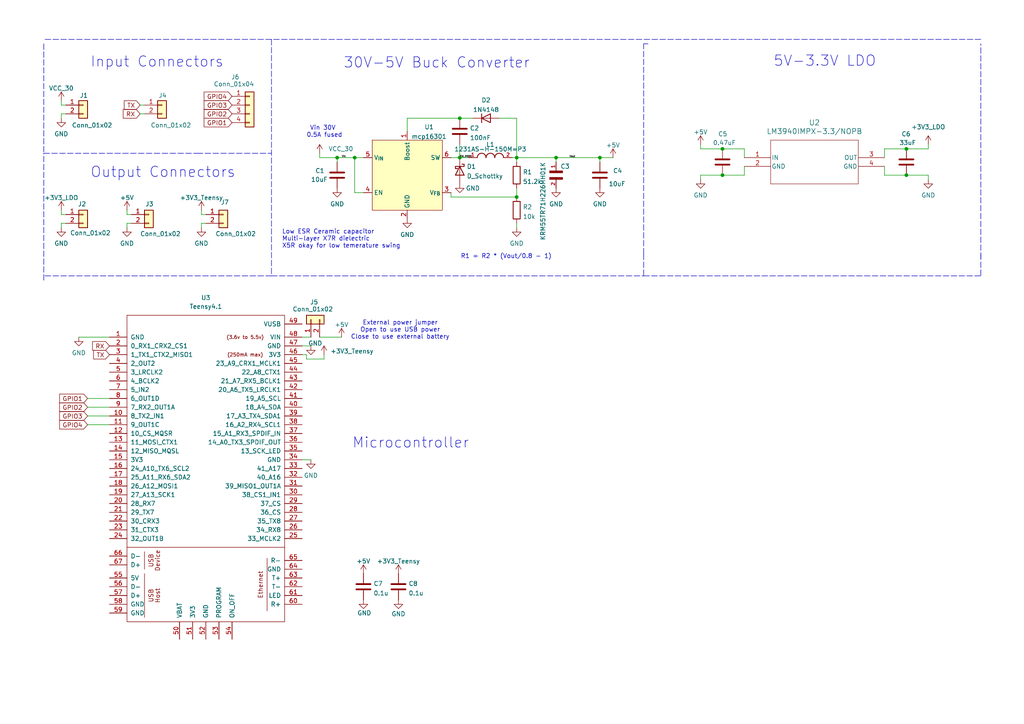
<source format=kicad_sch>
(kicad_sch
	(version 20250114)
	(generator "eeschema")
	(generator_version "9.0")
	(uuid "e63e39d7-6ac0-4ffd-8aa3-1841a4541b55")
	(paper "A4")
	(lib_symbols
		(symbol "1231AS-H-150M_P3:1231AS-H-150M=P3"
			(pin_names
				(offset 1.016)
			)
			(exclude_from_sim no)
			(in_bom yes)
			(on_board yes)
			(property "Reference" "L?"
				(at 0 5.2365 0)
				(effects
					(font
						(size 1.27 1.27)
					)
				)
			)
			(property "Value" "1231AS-H-150M=P3"
				(at 0 2.4614 0)
				(effects
					(font
						(size 1.27 1.27)
					)
				)
			)
			(property "Footprint" "1231AS-H-150M=P3:IND_1231AS-H-150M=P3"
				(at 0 10.16 0)
				(effects
					(font
						(size 1.27 1.27)
					)
					(justify bottom)
					(hide yes)
				)
			)
			(property "Datasheet" ""
				(at 0 0 0)
				(effects
					(font
						(size 1.27 1.27)
					)
					(hide yes)
				)
			)
			(property "Description" ""
				(at 0 0 0)
				(effects
					(font
						(size 1.27 1.27)
					)
					(hide yes)
				)
			)
			(property "PARTREV" "N/A"
				(at 0 2.54 0)
				(effects
					(font
						(size 1.27 1.27)
					)
					(justify bottom)
					(hide yes)
				)
			)
			(property "STANDARD" "Manufacturer Recommendations"
				(at 0 7.62 0)
				(effects
					(font
						(size 1.27 1.27)
					)
					(justify bottom)
					(hide yes)
				)
			)
			(property "MAXIMUM_PACKAGE_HEIGHT" "1.8 mm"
				(at 0 5.08 0)
				(effects
					(font
						(size 1.27 1.27)
					)
					(justify bottom)
					(hide yes)
				)
			)
			(property "MANUFACTURER" "Murata"
				(at 0 12.7 0)
				(effects
					(font
						(size 1.27 1.27)
					)
					(justify bottom)
					(hide yes)
				)
			)
			(symbol "1231AS-H-150M=P3_0_0"
				(arc
					(start -5.08 0)
					(mid -3.81 1.2645)
					(end -2.54 0)
					(stroke
						(width 0.254)
						(type default)
					)
					(fill
						(type none)
					)
				)
				(arc
					(start -2.54 0)
					(mid -1.27 1.2645)
					(end 0 0)
					(stroke
						(width 0.254)
						(type default)
					)
					(fill
						(type none)
					)
				)
				(arc
					(start 0 0)
					(mid 1.27 1.2645)
					(end 2.54 0)
					(stroke
						(width 0.254)
						(type default)
					)
					(fill
						(type none)
					)
				)
				(pin passive line
					(at -7.62 0 0)
					(length 2.5)
					(name "~"
						(effects
							(font
								(size 1.016 1.016)
							)
						)
					)
					(number "1"
						(effects
							(font
								(size 1.016 1.016)
							)
						)
					)
				)
				(pin passive line
					(at 5.08 0 180)
					(length 2.5)
					(name "~"
						(effects
							(font
								(size 1.016 1.016)
							)
						)
					)
					(number "2"
						(effects
							(font
								(size 1.016 1.016)
							)
						)
					)
				)
			)
			(embedded_fonts no)
		)
		(symbol "Connector_Generic:Conn_01x02"
			(pin_names
				(offset 1.016)
				(hide yes)
			)
			(exclude_from_sim no)
			(in_bom yes)
			(on_board yes)
			(property "Reference" "J"
				(at 0 2.54 0)
				(effects
					(font
						(size 1.27 1.27)
					)
				)
			)
			(property "Value" "Conn_01x02"
				(at 0 -5.08 0)
				(effects
					(font
						(size 1.27 1.27)
					)
				)
			)
			(property "Footprint" ""
				(at 0 0 0)
				(effects
					(font
						(size 1.27 1.27)
					)
					(hide yes)
				)
			)
			(property "Datasheet" "~"
				(at 0 0 0)
				(effects
					(font
						(size 1.27 1.27)
					)
					(hide yes)
				)
			)
			(property "Description" "Generic connector, single row, 01x02, script generated (kicad-library-utils/schlib/autogen/connector/)"
				(at 0 0 0)
				(effects
					(font
						(size 1.27 1.27)
					)
					(hide yes)
				)
			)
			(property "ki_keywords" "connector"
				(at 0 0 0)
				(effects
					(font
						(size 1.27 1.27)
					)
					(hide yes)
				)
			)
			(property "ki_fp_filters" "Connector*:*_1x??_*"
				(at 0 0 0)
				(effects
					(font
						(size 1.27 1.27)
					)
					(hide yes)
				)
			)
			(symbol "Conn_01x02_1_1"
				(rectangle
					(start -1.27 1.27)
					(end 1.27 -3.81)
					(stroke
						(width 0.254)
						(type default)
					)
					(fill
						(type background)
					)
				)
				(rectangle
					(start -1.27 0.127)
					(end 0 -0.127)
					(stroke
						(width 0.1524)
						(type default)
					)
					(fill
						(type none)
					)
				)
				(rectangle
					(start -1.27 -2.413)
					(end 0 -2.667)
					(stroke
						(width 0.1524)
						(type default)
					)
					(fill
						(type none)
					)
				)
				(pin passive line
					(at -5.08 0 0)
					(length 3.81)
					(name "Pin_1"
						(effects
							(font
								(size 1.27 1.27)
							)
						)
					)
					(number "1"
						(effects
							(font
								(size 1.27 1.27)
							)
						)
					)
				)
				(pin passive line
					(at -5.08 -2.54 0)
					(length 3.81)
					(name "Pin_2"
						(effects
							(font
								(size 1.27 1.27)
							)
						)
					)
					(number "2"
						(effects
							(font
								(size 1.27 1.27)
							)
						)
					)
				)
			)
			(embedded_fonts no)
		)
		(symbol "Connector_Generic:Conn_01x04"
			(pin_names
				(offset 1.016)
				(hide yes)
			)
			(exclude_from_sim no)
			(in_bom yes)
			(on_board yes)
			(property "Reference" "J"
				(at 0 5.08 0)
				(effects
					(font
						(size 1.27 1.27)
					)
				)
			)
			(property "Value" "Conn_01x04"
				(at 0 -7.62 0)
				(effects
					(font
						(size 1.27 1.27)
					)
				)
			)
			(property "Footprint" ""
				(at 0 0 0)
				(effects
					(font
						(size 1.27 1.27)
					)
					(hide yes)
				)
			)
			(property "Datasheet" "~"
				(at 0 0 0)
				(effects
					(font
						(size 1.27 1.27)
					)
					(hide yes)
				)
			)
			(property "Description" "Generic connector, single row, 01x04, script generated (kicad-library-utils/schlib/autogen/connector/)"
				(at 0 0 0)
				(effects
					(font
						(size 1.27 1.27)
					)
					(hide yes)
				)
			)
			(property "ki_keywords" "connector"
				(at 0 0 0)
				(effects
					(font
						(size 1.27 1.27)
					)
					(hide yes)
				)
			)
			(property "ki_fp_filters" "Connector*:*_1x??_*"
				(at 0 0 0)
				(effects
					(font
						(size 1.27 1.27)
					)
					(hide yes)
				)
			)
			(symbol "Conn_01x04_1_1"
				(rectangle
					(start -1.27 3.81)
					(end 1.27 -6.35)
					(stroke
						(width 0.254)
						(type default)
					)
					(fill
						(type background)
					)
				)
				(rectangle
					(start -1.27 2.667)
					(end 0 2.413)
					(stroke
						(width 0.1524)
						(type default)
					)
					(fill
						(type none)
					)
				)
				(rectangle
					(start -1.27 0.127)
					(end 0 -0.127)
					(stroke
						(width 0.1524)
						(type default)
					)
					(fill
						(type none)
					)
				)
				(rectangle
					(start -1.27 -2.413)
					(end 0 -2.667)
					(stroke
						(width 0.1524)
						(type default)
					)
					(fill
						(type none)
					)
				)
				(rectangle
					(start -1.27 -4.953)
					(end 0 -5.207)
					(stroke
						(width 0.1524)
						(type default)
					)
					(fill
						(type none)
					)
				)
				(pin passive line
					(at -5.08 2.54 0)
					(length 3.81)
					(name "Pin_1"
						(effects
							(font
								(size 1.27 1.27)
							)
						)
					)
					(number "1"
						(effects
							(font
								(size 1.27 1.27)
							)
						)
					)
				)
				(pin passive line
					(at -5.08 0 0)
					(length 3.81)
					(name "Pin_2"
						(effects
							(font
								(size 1.27 1.27)
							)
						)
					)
					(number "2"
						(effects
							(font
								(size 1.27 1.27)
							)
						)
					)
				)
				(pin passive line
					(at -5.08 -2.54 0)
					(length 3.81)
					(name "Pin_3"
						(effects
							(font
								(size 1.27 1.27)
							)
						)
					)
					(number "3"
						(effects
							(font
								(size 1.27 1.27)
							)
						)
					)
				)
				(pin passive line
					(at -5.08 -5.08 0)
					(length 3.81)
					(name "Pin_4"
						(effects
							(font
								(size 1.27 1.27)
							)
						)
					)
					(number "4"
						(effects
							(font
								(size 1.27 1.27)
							)
						)
					)
				)
			)
			(embedded_fonts no)
		)
		(symbol "Device:C"
			(pin_numbers
				(hide yes)
			)
			(pin_names
				(offset 0.254)
			)
			(exclude_from_sim no)
			(in_bom yes)
			(on_board yes)
			(property "Reference" "C"
				(at 0.635 2.54 0)
				(effects
					(font
						(size 1.27 1.27)
					)
					(justify left)
				)
			)
			(property "Value" "C"
				(at 0.635 -2.54 0)
				(effects
					(font
						(size 1.27 1.27)
					)
					(justify left)
				)
			)
			(property "Footprint" ""
				(at 0.9652 -3.81 0)
				(effects
					(font
						(size 1.27 1.27)
					)
					(hide yes)
				)
			)
			(property "Datasheet" "~"
				(at 0 0 0)
				(effects
					(font
						(size 1.27 1.27)
					)
					(hide yes)
				)
			)
			(property "Description" "Unpolarized capacitor"
				(at 0 0 0)
				(effects
					(font
						(size 1.27 1.27)
					)
					(hide yes)
				)
			)
			(property "ki_keywords" "cap capacitor"
				(at 0 0 0)
				(effects
					(font
						(size 1.27 1.27)
					)
					(hide yes)
				)
			)
			(property "ki_fp_filters" "C_*"
				(at 0 0 0)
				(effects
					(font
						(size 1.27 1.27)
					)
					(hide yes)
				)
			)
			(symbol "C_0_1"
				(polyline
					(pts
						(xy -2.032 0.762) (xy 2.032 0.762)
					)
					(stroke
						(width 0.508)
						(type default)
					)
					(fill
						(type none)
					)
				)
				(polyline
					(pts
						(xy -2.032 -0.762) (xy 2.032 -0.762)
					)
					(stroke
						(width 0.508)
						(type default)
					)
					(fill
						(type none)
					)
				)
			)
			(symbol "C_1_1"
				(pin passive line
					(at 0 3.81 270)
					(length 2.794)
					(name "~"
						(effects
							(font
								(size 1.27 1.27)
							)
						)
					)
					(number "1"
						(effects
							(font
								(size 1.27 1.27)
							)
						)
					)
				)
				(pin passive line
					(at 0 -3.81 90)
					(length 2.794)
					(name "~"
						(effects
							(font
								(size 1.27 1.27)
							)
						)
					)
					(number "2"
						(effects
							(font
								(size 1.27 1.27)
							)
						)
					)
				)
			)
			(embedded_fonts no)
		)
		(symbol "Device:D_Schottky"
			(pin_numbers
				(hide yes)
			)
			(pin_names
				(offset 1.016)
				(hide yes)
			)
			(exclude_from_sim no)
			(in_bom yes)
			(on_board yes)
			(property "Reference" "D"
				(at 0 2.54 0)
				(effects
					(font
						(size 1.27 1.27)
					)
				)
			)
			(property "Value" "D_Schottky"
				(at 0 -2.54 0)
				(effects
					(font
						(size 1.27 1.27)
					)
				)
			)
			(property "Footprint" ""
				(at 0 0 0)
				(effects
					(font
						(size 1.27 1.27)
					)
					(hide yes)
				)
			)
			(property "Datasheet" "~"
				(at 0 0 0)
				(effects
					(font
						(size 1.27 1.27)
					)
					(hide yes)
				)
			)
			(property "Description" "Schottky diode"
				(at 0 0 0)
				(effects
					(font
						(size 1.27 1.27)
					)
					(hide yes)
				)
			)
			(property "ki_keywords" "diode Schottky"
				(at 0 0 0)
				(effects
					(font
						(size 1.27 1.27)
					)
					(hide yes)
				)
			)
			(property "ki_fp_filters" "TO-???* *_Diode_* *SingleDiode* D_*"
				(at 0 0 0)
				(effects
					(font
						(size 1.27 1.27)
					)
					(hide yes)
				)
			)
			(symbol "D_Schottky_0_1"
				(polyline
					(pts
						(xy -1.905 0.635) (xy -1.905 1.27) (xy -1.27 1.27) (xy -1.27 -1.27) (xy -0.635 -1.27) (xy -0.635 -0.635)
					)
					(stroke
						(width 0.254)
						(type default)
					)
					(fill
						(type none)
					)
				)
				(polyline
					(pts
						(xy 1.27 1.27) (xy 1.27 -1.27) (xy -1.27 0) (xy 1.27 1.27)
					)
					(stroke
						(width 0.254)
						(type default)
					)
					(fill
						(type none)
					)
				)
				(polyline
					(pts
						(xy 1.27 0) (xy -1.27 0)
					)
					(stroke
						(width 0)
						(type default)
					)
					(fill
						(type none)
					)
				)
			)
			(symbol "D_Schottky_1_1"
				(pin passive line
					(at -3.81 0 0)
					(length 2.54)
					(name "K"
						(effects
							(font
								(size 1.27 1.27)
							)
						)
					)
					(number "1"
						(effects
							(font
								(size 1.27 1.27)
							)
						)
					)
				)
				(pin passive line
					(at 3.81 0 180)
					(length 2.54)
					(name "A"
						(effects
							(font
								(size 1.27 1.27)
							)
						)
					)
					(number "2"
						(effects
							(font
								(size 1.27 1.27)
							)
						)
					)
				)
			)
			(embedded_fonts no)
		)
		(symbol "Device:R"
			(pin_numbers
				(hide yes)
			)
			(pin_names
				(offset 0)
			)
			(exclude_from_sim no)
			(in_bom yes)
			(on_board yes)
			(property "Reference" "R"
				(at 2.032 0 90)
				(effects
					(font
						(size 1.27 1.27)
					)
				)
			)
			(property "Value" "R"
				(at 0 0 90)
				(effects
					(font
						(size 1.27 1.27)
					)
				)
			)
			(property "Footprint" ""
				(at -1.778 0 90)
				(effects
					(font
						(size 1.27 1.27)
					)
					(hide yes)
				)
			)
			(property "Datasheet" "~"
				(at 0 0 0)
				(effects
					(font
						(size 1.27 1.27)
					)
					(hide yes)
				)
			)
			(property "Description" "Resistor"
				(at 0 0 0)
				(effects
					(font
						(size 1.27 1.27)
					)
					(hide yes)
				)
			)
			(property "ki_keywords" "R res resistor"
				(at 0 0 0)
				(effects
					(font
						(size 1.27 1.27)
					)
					(hide yes)
				)
			)
			(property "ki_fp_filters" "R_*"
				(at 0 0 0)
				(effects
					(font
						(size 1.27 1.27)
					)
					(hide yes)
				)
			)
			(symbol "R_0_1"
				(rectangle
					(start -1.016 -2.54)
					(end 1.016 2.54)
					(stroke
						(width 0.254)
						(type default)
					)
					(fill
						(type none)
					)
				)
			)
			(symbol "R_1_1"
				(pin passive line
					(at 0 3.81 270)
					(length 1.27)
					(name "~"
						(effects
							(font
								(size 1.27 1.27)
							)
						)
					)
					(number "1"
						(effects
							(font
								(size 1.27 1.27)
							)
						)
					)
				)
				(pin passive line
					(at 0 -3.81 90)
					(length 1.27)
					(name "~"
						(effects
							(font
								(size 1.27 1.27)
							)
						)
					)
					(number "2"
						(effects
							(font
								(size 1.27 1.27)
							)
						)
					)
				)
			)
			(embedded_fonts no)
		)
		(symbol "Diode:1N4148"
			(pin_numbers
				(hide yes)
			)
			(pin_names
				(offset 1.016)
				(hide yes)
			)
			(exclude_from_sim no)
			(in_bom yes)
			(on_board yes)
			(property "Reference" "D"
				(at 0 2.54 0)
				(effects
					(font
						(size 1.27 1.27)
					)
				)
			)
			(property "Value" "1N4148"
				(at 0 -2.54 0)
				(effects
					(font
						(size 1.27 1.27)
					)
				)
			)
			(property "Footprint" "Diode_THT:D_DO-35_SOD27_P7.62mm_Horizontal"
				(at 0 -4.445 0)
				(effects
					(font
						(size 1.27 1.27)
					)
					(hide yes)
				)
			)
			(property "Datasheet" "https://assets.nexperia.com/documents/data-sheet/1N4148_1N4448.pdf"
				(at 0 0 0)
				(effects
					(font
						(size 1.27 1.27)
					)
					(hide yes)
				)
			)
			(property "Description" "100V 0.15A standard switching diode, DO-35"
				(at 0 0 0)
				(effects
					(font
						(size 1.27 1.27)
					)
					(hide yes)
				)
			)
			(property "ki_keywords" "diode"
				(at 0 0 0)
				(effects
					(font
						(size 1.27 1.27)
					)
					(hide yes)
				)
			)
			(property "ki_fp_filters" "D*DO?35*"
				(at 0 0 0)
				(effects
					(font
						(size 1.27 1.27)
					)
					(hide yes)
				)
			)
			(symbol "1N4148_0_1"
				(polyline
					(pts
						(xy -1.27 1.27) (xy -1.27 -1.27)
					)
					(stroke
						(width 0.254)
						(type default)
					)
					(fill
						(type none)
					)
				)
				(polyline
					(pts
						(xy 1.27 1.27) (xy 1.27 -1.27) (xy -1.27 0) (xy 1.27 1.27)
					)
					(stroke
						(width 0.254)
						(type default)
					)
					(fill
						(type none)
					)
				)
				(polyline
					(pts
						(xy 1.27 0) (xy -1.27 0)
					)
					(stroke
						(width 0)
						(type default)
					)
					(fill
						(type none)
					)
				)
			)
			(symbol "1N4148_1_1"
				(pin passive line
					(at -3.81 0 0)
					(length 2.54)
					(name "K"
						(effects
							(font
								(size 1.27 1.27)
							)
						)
					)
					(number "1"
						(effects
							(font
								(size 1.27 1.27)
							)
						)
					)
				)
				(pin passive line
					(at 3.81 0 180)
					(length 2.54)
					(name "A"
						(effects
							(font
								(size 1.27 1.27)
							)
						)
					)
					(number "2"
						(effects
							(font
								(size 1.27 1.27)
							)
						)
					)
				)
			)
			(embedded_fonts no)
		)
		(symbol "KRM55TR71H226MH01K:KRM55TR71H226MH01K"
			(pin_names
				(offset 1.016)
			)
			(exclude_from_sim no)
			(in_bom yes)
			(on_board yes)
			(property "Reference" "C"
				(at 0 3.8109 0)
				(effects
					(font
						(size 1.27 1.27)
					)
					(justify left bottom)
				)
			)
			(property "Value" "KRM55TR71H226MH01K"
				(at 0 -5.0885 0)
				(effects
					(font
						(size 1.27 1.27)
					)
					(justify left bottom)
				)
			)
			(property "Footprint" "KRM55TR71H226MH01K:CAPC6153X500N"
				(at 0 0 0)
				(effects
					(font
						(size 1.27 1.27)
					)
					(justify bottom)
					(hide yes)
				)
			)
			(property "Datasheet" ""
				(at 0 0 0)
				(effects
					(font
						(size 1.27 1.27)
					)
					(hide yes)
				)
			)
			(property "Description" ""
				(at 0 0 0)
				(effects
					(font
						(size 1.27 1.27)
					)
					(hide yes)
				)
			)
			(symbol "KRM55TR71H226MH01K_0_0"
				(rectangle
					(start 0 -1.9069)
					(end 0.635 1.905)
					(stroke
						(width 0.1)
						(type default)
					)
					(fill
						(type outline)
					)
				)
				(rectangle
					(start 1.9069 -1.9069)
					(end 2.54 1.905)
					(stroke
						(width 0.1)
						(type default)
					)
					(fill
						(type outline)
					)
				)
				(pin passive line
					(at -2.54 0 0)
					(length 2.54)
					(name "~"
						(effects
							(font
								(size 1.016 1.016)
							)
						)
					)
					(number "1"
						(effects
							(font
								(size 1.016 1.016)
							)
						)
					)
				)
				(pin passive line
					(at 5.08 0 180)
					(length 2.54)
					(name "~"
						(effects
							(font
								(size 1.016 1.016)
							)
						)
					)
					(number "2"
						(effects
							(font
								(size 1.016 1.016)
							)
						)
					)
				)
			)
			(embedded_fonts no)
		)
		(symbol "Teensy:Teensy4.1"
			(pin_names
				(offset 1.016)
			)
			(exclude_from_sim no)
			(in_bom yes)
			(on_board yes)
			(property "Reference" "U"
				(at 0 64.77 0)
				(effects
					(font
						(size 1.27 1.27)
					)
				)
			)
			(property "Value" "Teensy4.1"
				(at 0 62.23 0)
				(effects
					(font
						(size 1.27 1.27)
					)
				)
			)
			(property "Footprint" ""
				(at -10.16 10.16 0)
				(effects
					(font
						(size 1.27 1.27)
					)
					(hide yes)
				)
			)
			(property "Datasheet" ""
				(at -10.16 10.16 0)
				(effects
					(font
						(size 1.27 1.27)
					)
					(hide yes)
				)
			)
			(property "Description" ""
				(at 0 0 0)
				(effects
					(font
						(size 1.27 1.27)
					)
					(hide yes)
				)
			)
			(symbol "Teensy4.1_0_0"
				(polyline
					(pts
						(xy -22.86 -6.35) (xy 22.86 -6.35)
					)
					(stroke
						(width 0)
						(type solid)
					)
					(fill
						(type none)
					)
				)
				(polyline
					(pts
						(xy -17.78 -7.62) (xy -17.78 -12.7)
					)
					(stroke
						(width 0)
						(type solid)
					)
					(fill
						(type none)
					)
				)
				(polyline
					(pts
						(xy -17.78 -26.67) (xy -17.78 -13.97)
					)
					(stroke
						(width 0)
						(type solid)
					)
					(fill
						(type none)
					)
				)
				(polyline
					(pts
						(xy 17.78 -9.525) (xy 17.78 -24.765)
					)
					(stroke
						(width 0)
						(type solid)
					)
					(fill
						(type none)
					)
				)
				(text "USB"
					(at -15.875 -10.16 900)
					(effects
						(font
							(size 1.27 1.27)
						)
					)
				)
				(text "USB"
					(at -15.875 -20.32 900)
					(effects
						(font
							(size 1.27 1.27)
						)
					)
				)
				(text "Device"
					(at -13.97 -10.16 900)
					(effects
						(font
							(size 1.27 1.27)
						)
					)
				)
				(text "Host"
					(at -13.97 -20.32 900)
					(effects
						(font
							(size 1.27 1.27)
						)
					)
				)
				(text "(3.6v to 5.5v)"
					(at 11.43 54.61 0)
					(effects
						(font
							(size 1.016 1.016)
						)
					)
				)
				(text "(250mA max)"
					(at 11.43 49.53 0)
					(effects
						(font
							(size 1.016 1.016)
						)
					)
				)
				(text "Ethernet"
					(at 15.875 -17.145 900)
					(effects
						(font
							(size 1.27 1.27)
						)
					)
				)
				(pin bidirectional line
					(at -27.94 44.45 0)
					(length 5.08)
					(name "3_LRCLK2"
						(effects
							(font
								(size 1.27 1.27)
							)
						)
					)
					(number "5"
						(effects
							(font
								(size 1.27 1.27)
							)
						)
					)
				)
				(pin bidirectional line
					(at -27.94 41.91 0)
					(length 5.08)
					(name "4_BCLK2"
						(effects
							(font
								(size 1.27 1.27)
							)
						)
					)
					(number "6"
						(effects
							(font
								(size 1.27 1.27)
							)
						)
					)
				)
				(pin bidirectional line
					(at -27.94 39.37 0)
					(length 5.08)
					(name "5_IN2"
						(effects
							(font
								(size 1.27 1.27)
							)
						)
					)
					(number "7"
						(effects
							(font
								(size 1.27 1.27)
							)
						)
					)
				)
				(pin bidirectional line
					(at -27.94 36.83 0)
					(length 5.08)
					(name "6_OUT1D"
						(effects
							(font
								(size 1.27 1.27)
							)
						)
					)
					(number "8"
						(effects
							(font
								(size 1.27 1.27)
							)
						)
					)
				)
				(pin bidirectional line
					(at -27.94 34.29 0)
					(length 5.08)
					(name "7_RX2_OUT1A"
						(effects
							(font
								(size 1.27 1.27)
							)
						)
					)
					(number "9"
						(effects
							(font
								(size 1.27 1.27)
							)
						)
					)
				)
				(pin bidirectional line
					(at -27.94 31.75 0)
					(length 5.08)
					(name "8_TX2_IN1"
						(effects
							(font
								(size 1.27 1.27)
							)
						)
					)
					(number "10"
						(effects
							(font
								(size 1.27 1.27)
							)
						)
					)
				)
				(pin bidirectional line
					(at -27.94 29.21 0)
					(length 5.08)
					(name "9_OUT1C"
						(effects
							(font
								(size 1.27 1.27)
							)
						)
					)
					(number "11"
						(effects
							(font
								(size 1.27 1.27)
							)
						)
					)
				)
				(pin bidirectional line
					(at -27.94 26.67 0)
					(length 5.08)
					(name "10_CS_MQSR"
						(effects
							(font
								(size 1.27 1.27)
							)
						)
					)
					(number "12"
						(effects
							(font
								(size 1.27 1.27)
							)
						)
					)
				)
				(pin bidirectional line
					(at -27.94 24.13 0)
					(length 5.08)
					(name "11_MOSI_CTX1"
						(effects
							(font
								(size 1.27 1.27)
							)
						)
					)
					(number "13"
						(effects
							(font
								(size 1.27 1.27)
							)
						)
					)
				)
				(pin bidirectional line
					(at -27.94 21.59 0)
					(length 5.08)
					(name "12_MISO_MQSL"
						(effects
							(font
								(size 1.27 1.27)
							)
						)
					)
					(number "14"
						(effects
							(font
								(size 1.27 1.27)
							)
						)
					)
				)
				(pin power_in line
					(at -27.94 19.05 0)
					(length 5.08)
					(name "3V3"
						(effects
							(font
								(size 1.27 1.27)
							)
						)
					)
					(number "15"
						(effects
							(font
								(size 1.27 1.27)
							)
						)
					)
				)
				(pin bidirectional line
					(at -27.94 16.51 0)
					(length 5.08)
					(name "24_A10_TX6_SCL2"
						(effects
							(font
								(size 1.27 1.27)
							)
						)
					)
					(number "16"
						(effects
							(font
								(size 1.27 1.27)
							)
						)
					)
				)
				(pin bidirectional line
					(at -27.94 13.97 0)
					(length 5.08)
					(name "25_A11_RX6_SDA2"
						(effects
							(font
								(size 1.27 1.27)
							)
						)
					)
					(number "17"
						(effects
							(font
								(size 1.27 1.27)
							)
						)
					)
				)
				(pin bidirectional line
					(at -27.94 11.43 0)
					(length 5.08)
					(name "26_A12_MOSI1"
						(effects
							(font
								(size 1.27 1.27)
							)
						)
					)
					(number "18"
						(effects
							(font
								(size 1.27 1.27)
							)
						)
					)
				)
				(pin bidirectional line
					(at -27.94 8.89 0)
					(length 5.08)
					(name "27_A13_SCK1"
						(effects
							(font
								(size 1.27 1.27)
							)
						)
					)
					(number "19"
						(effects
							(font
								(size 1.27 1.27)
							)
						)
					)
				)
				(pin bidirectional line
					(at -27.94 6.35 0)
					(length 5.08)
					(name "28_RX7"
						(effects
							(font
								(size 1.27 1.27)
							)
						)
					)
					(number "20"
						(effects
							(font
								(size 1.27 1.27)
							)
						)
					)
				)
				(pin bidirectional line
					(at -27.94 3.81 0)
					(length 5.08)
					(name "29_TX7"
						(effects
							(font
								(size 1.27 1.27)
							)
						)
					)
					(number "21"
						(effects
							(font
								(size 1.27 1.27)
							)
						)
					)
				)
				(pin bidirectional line
					(at -27.94 1.27 0)
					(length 5.08)
					(name "30_CRX3"
						(effects
							(font
								(size 1.27 1.27)
							)
						)
					)
					(number "22"
						(effects
							(font
								(size 1.27 1.27)
							)
						)
					)
				)
				(pin bidirectional line
					(at -27.94 -1.27 0)
					(length 5.08)
					(name "31_CTX3"
						(effects
							(font
								(size 1.27 1.27)
							)
						)
					)
					(number "23"
						(effects
							(font
								(size 1.27 1.27)
							)
						)
					)
				)
				(pin bidirectional line
					(at -27.94 -3.81 0)
					(length 5.08)
					(name "32_OUT1B"
						(effects
							(font
								(size 1.27 1.27)
							)
						)
					)
					(number "24"
						(effects
							(font
								(size 1.27 1.27)
							)
						)
					)
				)
				(pin bidirectional line
					(at -27.94 -8.89 0)
					(length 5.08)
					(name "D-"
						(effects
							(font
								(size 1.27 1.27)
							)
						)
					)
					(number "66"
						(effects
							(font
								(size 1.27 1.27)
							)
						)
					)
				)
				(pin bidirectional line
					(at -27.94 -11.43 0)
					(length 5.08)
					(name "D+"
						(effects
							(font
								(size 1.27 1.27)
							)
						)
					)
					(number "67"
						(effects
							(font
								(size 1.27 1.27)
							)
						)
					)
				)
				(pin power_out line
					(at -27.94 -15.24 0)
					(length 5.08)
					(name "5V"
						(effects
							(font
								(size 1.27 1.27)
							)
						)
					)
					(number "55"
						(effects
							(font
								(size 1.27 1.27)
							)
						)
					)
				)
				(pin bidirectional line
					(at -27.94 -17.78 0)
					(length 5.08)
					(name "D-"
						(effects
							(font
								(size 1.27 1.27)
							)
						)
					)
					(number "56"
						(effects
							(font
								(size 1.27 1.27)
							)
						)
					)
				)
				(pin bidirectional line
					(at -27.94 -20.32 0)
					(length 5.08)
					(name "D+"
						(effects
							(font
								(size 1.27 1.27)
							)
						)
					)
					(number "57"
						(effects
							(font
								(size 1.27 1.27)
							)
						)
					)
				)
				(pin power_in line
					(at -27.94 -22.86 0)
					(length 5.08)
					(name "GND"
						(effects
							(font
								(size 1.27 1.27)
							)
						)
					)
					(number "58"
						(effects
							(font
								(size 1.27 1.27)
							)
						)
					)
				)
				(pin power_in line
					(at -27.94 -25.4 0)
					(length 5.08)
					(name "GND"
						(effects
							(font
								(size 1.27 1.27)
							)
						)
					)
					(number "59"
						(effects
							(font
								(size 1.27 1.27)
							)
						)
					)
				)
				(pin power_in line
					(at -7.62 -33.02 90)
					(length 5.08)
					(name "VBAT"
						(effects
							(font
								(size 1.27 1.27)
							)
						)
					)
					(number "50"
						(effects
							(font
								(size 1.27 1.27)
							)
						)
					)
				)
				(pin power_in line
					(at -3.81 -33.02 90)
					(length 5.08)
					(name "3V3"
						(effects
							(font
								(size 1.27 1.27)
							)
						)
					)
					(number "51"
						(effects
							(font
								(size 1.27 1.27)
							)
						)
					)
				)
				(pin input line
					(at 0 -33.02 90)
					(length 5.08)
					(name "GND"
						(effects
							(font
								(size 1.27 1.27)
							)
						)
					)
					(number "52"
						(effects
							(font
								(size 1.27 1.27)
							)
						)
					)
				)
				(pin input line
					(at 3.81 -33.02 90)
					(length 5.08)
					(name "PROGRAM"
						(effects
							(font
								(size 1.27 1.27)
							)
						)
					)
					(number "53"
						(effects
							(font
								(size 1.27 1.27)
							)
						)
					)
				)
				(pin input line
					(at 7.62 -33.02 90)
					(length 5.08)
					(name "ON_OFF"
						(effects
							(font
								(size 1.27 1.27)
							)
						)
					)
					(number "54"
						(effects
							(font
								(size 1.27 1.27)
							)
						)
					)
				)
				(pin power_out line
					(at 27.94 58.42 180)
					(length 5.08)
					(name "VUSB"
						(effects
							(font
								(size 1.27 1.27)
							)
						)
					)
					(number "49"
						(effects
							(font
								(size 1.27 1.27)
							)
						)
					)
				)
				(pin power_in line
					(at 27.94 54.61 180)
					(length 5.08)
					(name "VIN"
						(effects
							(font
								(size 1.27 1.27)
							)
						)
					)
					(number "48"
						(effects
							(font
								(size 1.27 1.27)
							)
						)
					)
				)
				(pin output line
					(at 27.94 52.07 180)
					(length 5.08)
					(name "GND"
						(effects
							(font
								(size 1.27 1.27)
							)
						)
					)
					(number "47"
						(effects
							(font
								(size 1.27 1.27)
							)
						)
					)
				)
				(pin output line
					(at 27.94 49.53 180)
					(length 5.08)
					(name "3V3"
						(effects
							(font
								(size 1.27 1.27)
							)
						)
					)
					(number "46"
						(effects
							(font
								(size 1.27 1.27)
							)
						)
					)
				)
				(pin bidirectional line
					(at 27.94 46.99 180)
					(length 5.08)
					(name "23_A9_CRX1_MCLK1"
						(effects
							(font
								(size 1.27 1.27)
							)
						)
					)
					(number "45"
						(effects
							(font
								(size 1.27 1.27)
							)
						)
					)
				)
				(pin bidirectional line
					(at 27.94 44.45 180)
					(length 5.08)
					(name "22_A8_CTX1"
						(effects
							(font
								(size 1.27 1.27)
							)
						)
					)
					(number "44"
						(effects
							(font
								(size 1.27 1.27)
							)
						)
					)
				)
				(pin bidirectional line
					(at 27.94 41.91 180)
					(length 5.08)
					(name "21_A7_RX5_BCLK1"
						(effects
							(font
								(size 1.27 1.27)
							)
						)
					)
					(number "43"
						(effects
							(font
								(size 1.27 1.27)
							)
						)
					)
				)
				(pin bidirectional line
					(at 27.94 39.37 180)
					(length 5.08)
					(name "20_A6_TX5_LRCLK1"
						(effects
							(font
								(size 1.27 1.27)
							)
						)
					)
					(number "42"
						(effects
							(font
								(size 1.27 1.27)
							)
						)
					)
				)
				(pin bidirectional line
					(at 27.94 36.83 180)
					(length 5.08)
					(name "19_A5_SCL"
						(effects
							(font
								(size 1.27 1.27)
							)
						)
					)
					(number "41"
						(effects
							(font
								(size 1.27 1.27)
							)
						)
					)
				)
				(pin bidirectional line
					(at 27.94 34.29 180)
					(length 5.08)
					(name "18_A4_SDA"
						(effects
							(font
								(size 1.27 1.27)
							)
						)
					)
					(number "40"
						(effects
							(font
								(size 1.27 1.27)
							)
						)
					)
				)
				(pin bidirectional line
					(at 27.94 31.75 180)
					(length 5.08)
					(name "17_A3_TX4_SDA1"
						(effects
							(font
								(size 1.27 1.27)
							)
						)
					)
					(number "39"
						(effects
							(font
								(size 1.27 1.27)
							)
						)
					)
				)
				(pin bidirectional line
					(at 27.94 29.21 180)
					(length 5.08)
					(name "16_A2_RX4_SCL1"
						(effects
							(font
								(size 1.27 1.27)
							)
						)
					)
					(number "38"
						(effects
							(font
								(size 1.27 1.27)
							)
						)
					)
				)
				(pin bidirectional line
					(at 27.94 26.67 180)
					(length 5.08)
					(name "15_A1_RX3_SPDIF_IN"
						(effects
							(font
								(size 1.27 1.27)
							)
						)
					)
					(number "37"
						(effects
							(font
								(size 1.27 1.27)
							)
						)
					)
				)
				(pin bidirectional line
					(at 27.94 24.13 180)
					(length 5.08)
					(name "14_A0_TX3_SPDIF_OUT"
						(effects
							(font
								(size 1.27 1.27)
							)
						)
					)
					(number "36"
						(effects
							(font
								(size 1.27 1.27)
							)
						)
					)
				)
				(pin bidirectional line
					(at 27.94 21.59 180)
					(length 5.08)
					(name "13_SCK_LED"
						(effects
							(font
								(size 1.27 1.27)
							)
						)
					)
					(number "35"
						(effects
							(font
								(size 1.27 1.27)
							)
						)
					)
				)
				(pin bidirectional line
					(at 27.94 16.51 180)
					(length 5.08)
					(name "41_A17"
						(effects
							(font
								(size 1.27 1.27)
							)
						)
					)
					(number "33"
						(effects
							(font
								(size 1.27 1.27)
							)
						)
					)
				)
				(pin bidirectional line
					(at 27.94 13.97 180)
					(length 5.08)
					(name "40_A16"
						(effects
							(font
								(size 1.27 1.27)
							)
						)
					)
					(number "32"
						(effects
							(font
								(size 1.27 1.27)
							)
						)
					)
				)
				(pin bidirectional line
					(at 27.94 11.43 180)
					(length 5.08)
					(name "39_MISO1_OUT1A"
						(effects
							(font
								(size 1.27 1.27)
							)
						)
					)
					(number "31"
						(effects
							(font
								(size 1.27 1.27)
							)
						)
					)
				)
				(pin bidirectional line
					(at 27.94 8.89 180)
					(length 5.08)
					(name "38_CS1_IN1"
						(effects
							(font
								(size 1.27 1.27)
							)
						)
					)
					(number "30"
						(effects
							(font
								(size 1.27 1.27)
							)
						)
					)
				)
				(pin bidirectional line
					(at 27.94 6.35 180)
					(length 5.08)
					(name "37_CS"
						(effects
							(font
								(size 1.27 1.27)
							)
						)
					)
					(number "29"
						(effects
							(font
								(size 1.27 1.27)
							)
						)
					)
				)
				(pin bidirectional line
					(at 27.94 3.81 180)
					(length 5.08)
					(name "36_CS"
						(effects
							(font
								(size 1.27 1.27)
							)
						)
					)
					(number "28"
						(effects
							(font
								(size 1.27 1.27)
							)
						)
					)
				)
				(pin bidirectional line
					(at 27.94 1.27 180)
					(length 5.08)
					(name "35_TX8"
						(effects
							(font
								(size 1.27 1.27)
							)
						)
					)
					(number "27"
						(effects
							(font
								(size 1.27 1.27)
							)
						)
					)
				)
				(pin bidirectional line
					(at 27.94 -1.27 180)
					(length 5.08)
					(name "34_RX8"
						(effects
							(font
								(size 1.27 1.27)
							)
						)
					)
					(number "26"
						(effects
							(font
								(size 1.27 1.27)
							)
						)
					)
				)
				(pin bidirectional line
					(at 27.94 -3.81 180)
					(length 5.08)
					(name "33_MCLK2"
						(effects
							(font
								(size 1.27 1.27)
							)
						)
					)
					(number "25"
						(effects
							(font
								(size 1.27 1.27)
							)
						)
					)
				)
				(pin bidirectional line
					(at 27.94 -10.16 180)
					(length 5.08)
					(name "R-"
						(effects
							(font
								(size 1.27 1.27)
							)
						)
					)
					(number "65"
						(effects
							(font
								(size 1.27 1.27)
							)
						)
					)
				)
				(pin power_in line
					(at 27.94 -12.7 180)
					(length 5.08)
					(name "GND"
						(effects
							(font
								(size 1.27 1.27)
							)
						)
					)
					(number "64"
						(effects
							(font
								(size 1.27 1.27)
							)
						)
					)
				)
				(pin bidirectional line
					(at 27.94 -15.24 180)
					(length 5.08)
					(name "T+"
						(effects
							(font
								(size 1.27 1.27)
							)
						)
					)
					(number "63"
						(effects
							(font
								(size 1.27 1.27)
							)
						)
					)
				)
				(pin bidirectional line
					(at 27.94 -17.78 180)
					(length 5.08)
					(name "T-"
						(effects
							(font
								(size 1.27 1.27)
							)
						)
					)
					(number "62"
						(effects
							(font
								(size 1.27 1.27)
							)
						)
					)
				)
				(pin bidirectional line
					(at 27.94 -20.32 180)
					(length 5.08)
					(name "LED"
						(effects
							(font
								(size 1.27 1.27)
							)
						)
					)
					(number "61"
						(effects
							(font
								(size 1.27 1.27)
							)
						)
					)
				)
				(pin bidirectional line
					(at 27.94 -22.86 180)
					(length 5.08)
					(name "R+"
						(effects
							(font
								(size 1.27 1.27)
							)
						)
					)
					(number "60"
						(effects
							(font
								(size 1.27 1.27)
							)
						)
					)
				)
			)
			(symbol "Teensy4.1_0_1"
				(rectangle
					(start -22.86 60.96)
					(end 22.86 -27.94)
					(stroke
						(width 0)
						(type solid)
					)
					(fill
						(type none)
					)
				)
				(rectangle
					(start -20.32 -1.27)
					(end -20.32 -1.27)
					(stroke
						(width 0)
						(type solid)
					)
					(fill
						(type none)
					)
				)
			)
			(symbol "Teensy4.1_1_1"
				(pin power_in line
					(at -27.94 54.61 0)
					(length 5.08)
					(name "GND"
						(effects
							(font
								(size 1.27 1.27)
							)
						)
					)
					(number "1"
						(effects
							(font
								(size 1.27 1.27)
							)
						)
					)
				)
				(pin bidirectional line
					(at -27.94 52.07 0)
					(length 5.08)
					(name "0_RX1_CRX2_CS1"
						(effects
							(font
								(size 1.27 1.27)
							)
						)
					)
					(number "2"
						(effects
							(font
								(size 1.27 1.27)
							)
						)
					)
				)
				(pin bidirectional line
					(at -27.94 49.53 0)
					(length 5.08)
					(name "1_TX1_CTX2_MISO1"
						(effects
							(font
								(size 1.27 1.27)
							)
						)
					)
					(number "3"
						(effects
							(font
								(size 1.27 1.27)
							)
						)
					)
				)
				(pin bidirectional line
					(at -27.94 46.99 0)
					(length 5.08)
					(name "2_OUT2"
						(effects
							(font
								(size 1.27 1.27)
							)
						)
					)
					(number "4"
						(effects
							(font
								(size 1.27 1.27)
							)
						)
					)
				)
				(pin power_in line
					(at 27.94 19.05 180)
					(length 5.08)
					(name "GND"
						(effects
							(font
								(size 1.27 1.27)
							)
						)
					)
					(number "34"
						(effects
							(font
								(size 1.27 1.27)
							)
						)
					)
				)
			)
			(embedded_fonts no)
		)
		(symbol "lm3940:LM3940IMPX-3.3_NOPB"
			(pin_names
				(offset 0.254)
			)
			(exclude_from_sim no)
			(in_bom yes)
			(on_board yes)
			(property "Reference" "U"
				(at 20.32 10.16 0)
				(effects
					(font
						(size 1.524 1.524)
					)
				)
			)
			(property "Value" "LM3940IMPX-3.3/NOPB"
				(at 20.32 7.62 0)
				(effects
					(font
						(size 1.524 1.524)
					)
				)
			)
			(property "Footprint" "MP04A"
				(at 0 0 0)
				(effects
					(font
						(size 1.27 1.27)
						(italic yes)
					)
					(hide yes)
				)
			)
			(property "Datasheet" "LM3940IMPX-3.3/NOPB"
				(at 0 0 0)
				(effects
					(font
						(size 1.27 1.27)
						(italic yes)
					)
					(hide yes)
				)
			)
			(property "Description" ""
				(at 0 0 0)
				(effects
					(font
						(size 1.27 1.27)
					)
					(hide yes)
				)
			)
			(property "ki_locked" ""
				(at 0 0 0)
				(effects
					(font
						(size 1.27 1.27)
					)
				)
			)
			(property "ki_keywords" "LM3940IMPX-3.3/NOPB"
				(at 0 0 0)
				(effects
					(font
						(size 1.27 1.27)
					)
					(hide yes)
				)
			)
			(property "ki_fp_filters" "MP04A"
				(at 0 0 0)
				(effects
					(font
						(size 1.27 1.27)
					)
					(hide yes)
				)
			)
			(symbol "LM3940IMPX-3.3_NOPB_0_1"
				(polyline
					(pts
						(xy 7.62 5.08) (xy 7.62 -7.62)
					)
					(stroke
						(width 0.127)
						(type default)
					)
					(fill
						(type none)
					)
				)
				(polyline
					(pts
						(xy 7.62 -7.62) (xy 33.02 -7.62)
					)
					(stroke
						(width 0.127)
						(type default)
					)
					(fill
						(type none)
					)
				)
				(polyline
					(pts
						(xy 33.02 5.08) (xy 7.62 5.08)
					)
					(stroke
						(width 0.127)
						(type default)
					)
					(fill
						(type none)
					)
				)
				(polyline
					(pts
						(xy 33.02 -7.62) (xy 33.02 5.08)
					)
					(stroke
						(width 0.127)
						(type default)
					)
					(fill
						(type none)
					)
				)
				(pin input line
					(at 0 0 0)
					(length 7.62)
					(name "IN"
						(effects
							(font
								(size 1.27 1.27)
							)
						)
					)
					(number "1"
						(effects
							(font
								(size 1.27 1.27)
							)
						)
					)
				)
				(pin passive line
					(at 0 -2.54 0)
					(length 7.62)
					(name "GND"
						(effects
							(font
								(size 1.27 1.27)
							)
						)
					)
					(number "2"
						(effects
							(font
								(size 1.27 1.27)
							)
						)
					)
				)
				(pin output line
					(at 40.64 0 180)
					(length 7.62)
					(name "OUT"
						(effects
							(font
								(size 1.27 1.27)
							)
						)
					)
					(number "3"
						(effects
							(font
								(size 1.27 1.27)
							)
						)
					)
				)
				(pin passive line
					(at 40.64 -2.54 180)
					(length 7.62)
					(name "GND"
						(effects
							(font
								(size 1.27 1.27)
							)
						)
					)
					(number "4"
						(effects
							(font
								(size 1.27 1.27)
							)
						)
					)
				)
			)
			(embedded_fonts no)
		)
		(symbol "mcp16301:mcp16301"
			(exclude_from_sim no)
			(in_bom yes)
			(on_board yes)
			(property "Reference" "U"
				(at 5.08 2.54 0)
				(effects
					(font
						(size 1.27 1.27)
					)
				)
			)
			(property "Value" "mcp16301"
				(at 7.62 0 0)
				(effects
					(font
						(size 1.27 1.27)
					)
				)
			)
			(property "Footprint" ""
				(at -5.08 10.16 0)
				(effects
					(font
						(size 1.27 1.27)
					)
					(hide yes)
				)
			)
			(property "Datasheet" ""
				(at -5.08 10.16 0)
				(effects
					(font
						(size 1.27 1.27)
					)
					(hide yes)
				)
			)
			(property "Description" ""
				(at 0 0 0)
				(effects
					(font
						(size 1.27 1.27)
					)
					(hide yes)
				)
			)
			(symbol "mcp16301_0_1"
				(rectangle
					(start -10.16 -2.54)
					(end 10.16 -22.86)
					(stroke
						(width 0.1524)
						(type default)
					)
					(fill
						(type background)
					)
				)
			)
			(symbol "mcp16301_1_1"
				(pin input line
					(at -12.7 -7.62 0)
					(length 2.54)
					(name "V_{IN}"
						(effects
							(font
								(size 1.27 1.27)
							)
						)
					)
					(number "5"
						(effects
							(font
								(size 1.27 1.27)
							)
						)
					)
				)
				(pin input line
					(at -12.7 -17.78 0)
					(length 2.54)
					(name "EN"
						(effects
							(font
								(size 1.27 1.27)
							)
						)
					)
					(number "4"
						(effects
							(font
								(size 1.27 1.27)
							)
						)
					)
				)
				(pin input line
					(at 0 0 270)
					(length 2.54)
					(name "Boost"
						(effects
							(font
								(size 1.27 1.27)
							)
						)
					)
					(number "1"
						(effects
							(font
								(size 1.27 1.27)
							)
						)
					)
				)
				(pin input line
					(at 0 -25.4 90)
					(length 2.54)
					(name "GND"
						(effects
							(font
								(size 1.27 1.27)
							)
						)
					)
					(number "2"
						(effects
							(font
								(size 1.27 1.27)
							)
						)
					)
				)
				(pin input line
					(at 12.7 -7.62 180)
					(length 2.54)
					(name "SW"
						(effects
							(font
								(size 1.27 1.27)
							)
						)
					)
					(number "6"
						(effects
							(font
								(size 1.27 1.27)
							)
						)
					)
				)
				(pin input line
					(at 12.7 -17.78 180)
					(length 2.54)
					(name "V_{FB}"
						(effects
							(font
								(size 1.27 1.27)
							)
						)
					)
					(number "3"
						(effects
							(font
								(size 1.27 1.27)
							)
						)
					)
				)
			)
			(embedded_fonts no)
		)
		(symbol "power:+3V3"
			(power)
			(pin_names
				(offset 0)
			)
			(exclude_from_sim no)
			(in_bom yes)
			(on_board yes)
			(property "Reference" "#PWR"
				(at 0 -3.81 0)
				(effects
					(font
						(size 1.27 1.27)
					)
					(hide yes)
				)
			)
			(property "Value" "+3V3"
				(at 0 3.556 0)
				(effects
					(font
						(size 1.27 1.27)
					)
				)
			)
			(property "Footprint" ""
				(at 0 0 0)
				(effects
					(font
						(size 1.27 1.27)
					)
					(hide yes)
				)
			)
			(property "Datasheet" ""
				(at 0 0 0)
				(effects
					(font
						(size 1.27 1.27)
					)
					(hide yes)
				)
			)
			(property "Description" "Power symbol creates a global label with name \"+3V3\""
				(at 0 0 0)
				(effects
					(font
						(size 1.27 1.27)
					)
					(hide yes)
				)
			)
			(property "ki_keywords" "power-flag"
				(at 0 0 0)
				(effects
					(font
						(size 1.27 1.27)
					)
					(hide yes)
				)
			)
			(symbol "+3V3_0_1"
				(polyline
					(pts
						(xy -0.762 1.27) (xy 0 2.54)
					)
					(stroke
						(width 0)
						(type default)
					)
					(fill
						(type none)
					)
				)
				(polyline
					(pts
						(xy 0 2.54) (xy 0.762 1.27)
					)
					(stroke
						(width 0)
						(type default)
					)
					(fill
						(type none)
					)
				)
				(polyline
					(pts
						(xy 0 0) (xy 0 2.54)
					)
					(stroke
						(width 0)
						(type default)
					)
					(fill
						(type none)
					)
				)
			)
			(symbol "+3V3_1_1"
				(pin power_in line
					(at 0 0 90)
					(length 0)
					(hide yes)
					(name "+3V3"
						(effects
							(font
								(size 1.27 1.27)
							)
						)
					)
					(number "1"
						(effects
							(font
								(size 1.27 1.27)
							)
						)
					)
				)
			)
			(embedded_fonts no)
		)
		(symbol "power:GND"
			(power)
			(pin_names
				(offset 0)
			)
			(exclude_from_sim no)
			(in_bom yes)
			(on_board yes)
			(property "Reference" "#PWR"
				(at 0 -6.35 0)
				(effects
					(font
						(size 1.27 1.27)
					)
					(hide yes)
				)
			)
			(property "Value" "GND"
				(at 0 -3.81 0)
				(effects
					(font
						(size 1.27 1.27)
					)
				)
			)
			(property "Footprint" ""
				(at 0 0 0)
				(effects
					(font
						(size 1.27 1.27)
					)
					(hide yes)
				)
			)
			(property "Datasheet" ""
				(at 0 0 0)
				(effects
					(font
						(size 1.27 1.27)
					)
					(hide yes)
				)
			)
			(property "Description" "Power symbol creates a global label with name \"GND\" , ground"
				(at 0 0 0)
				(effects
					(font
						(size 1.27 1.27)
					)
					(hide yes)
				)
			)
			(property "ki_keywords" "power-flag"
				(at 0 0 0)
				(effects
					(font
						(size 1.27 1.27)
					)
					(hide yes)
				)
			)
			(symbol "GND_0_1"
				(polyline
					(pts
						(xy 0 0) (xy 0 -1.27) (xy 1.27 -1.27) (xy 0 -2.54) (xy -1.27 -1.27) (xy 0 -1.27)
					)
					(stroke
						(width 0)
						(type default)
					)
					(fill
						(type none)
					)
				)
			)
			(symbol "GND_1_1"
				(pin power_in line
					(at 0 0 270)
					(length 0)
					(hide yes)
					(name "GND"
						(effects
							(font
								(size 1.27 1.27)
							)
						)
					)
					(number "1"
						(effects
							(font
								(size 1.27 1.27)
							)
						)
					)
				)
			)
			(embedded_fonts no)
		)
		(symbol "power:VCC"
			(power)
			(pin_names
				(offset 0)
			)
			(exclude_from_sim no)
			(in_bom yes)
			(on_board yes)
			(property "Reference" "#PWR"
				(at 0 -3.81 0)
				(effects
					(font
						(size 1.27 1.27)
					)
					(hide yes)
				)
			)
			(property "Value" "VCC"
				(at 0 3.81 0)
				(effects
					(font
						(size 1.27 1.27)
					)
				)
			)
			(property "Footprint" ""
				(at 0 0 0)
				(effects
					(font
						(size 1.27 1.27)
					)
					(hide yes)
				)
			)
			(property "Datasheet" ""
				(at 0 0 0)
				(effects
					(font
						(size 1.27 1.27)
					)
					(hide yes)
				)
			)
			(property "Description" "Power symbol creates a global label with name \"VCC\""
				(at 0 0 0)
				(effects
					(font
						(size 1.27 1.27)
					)
					(hide yes)
				)
			)
			(property "ki_keywords" "power-flag"
				(at 0 0 0)
				(effects
					(font
						(size 1.27 1.27)
					)
					(hide yes)
				)
			)
			(symbol "VCC_0_1"
				(polyline
					(pts
						(xy -0.762 1.27) (xy 0 2.54)
					)
					(stroke
						(width 0)
						(type default)
					)
					(fill
						(type none)
					)
				)
				(polyline
					(pts
						(xy 0 2.54) (xy 0.762 1.27)
					)
					(stroke
						(width 0)
						(type default)
					)
					(fill
						(type none)
					)
				)
				(polyline
					(pts
						(xy 0 0) (xy 0 2.54)
					)
					(stroke
						(width 0)
						(type default)
					)
					(fill
						(type none)
					)
				)
			)
			(symbol "VCC_1_1"
				(pin power_in line
					(at 0 0 90)
					(length 0)
					(hide yes)
					(name "VCC"
						(effects
							(font
								(size 1.27 1.27)
							)
						)
					)
					(number "1"
						(effects
							(font
								(size 1.27 1.27)
							)
						)
					)
				)
			)
			(embedded_fonts no)
		)
	)
	(text "5V-3.3V LDO"
		(exclude_from_sim no)
		(at 224.282 19.558 0)
		(effects
			(font
				(size 3 3)
			)
			(justify left bottom)
		)
		(uuid "2181a29e-c657-45e1-842c-abe5e8970d0e")
	)
	(text "Input Connectors\n"
		(exclude_from_sim no)
		(at 26.162 19.812 0)
		(effects
			(font
				(size 3 3)
			)
			(justify left bottom)
		)
		(uuid "3aed4377-7b23-4a6b-8c1b-9331fecfd43d")
	)
	(text "External power jumper\nOpen to use USB power\nClose to use external battery"
		(exclude_from_sim no)
		(at 116.078 95.758 0)
		(effects
			(font
				(size 1.27 1.27)
			)
		)
		(uuid "462b5b39-a1c7-4a15-ac47-c5073fbe000f")
	)
	(text "30V-5V Buck Converter\n"
		(exclude_from_sim no)
		(at 99.568 20.066 0)
		(effects
			(font
				(size 3 3)
			)
			(justify left bottom)
		)
		(uuid "a076bce7-52cf-4d48-b1a8-23a5c90c38e3")
	)
	(text "Low ESR Ceramic capacitor\nMulti-layer X7R dielectric\nX5R okay for low temerature swing\n"
		(exclude_from_sim no)
		(at 81.788 72.136 0)
		(effects
			(font
				(size 1.27 1.27)
			)
			(justify left bottom)
		)
		(uuid "cd07ed3a-453d-4f50-b8c3-e623931181a5")
	)
	(text "Output Connectors"
		(exclude_from_sim no)
		(at 26.162 51.816 0)
		(effects
			(font
				(size 3 3)
			)
			(justify left bottom)
		)
		(uuid "e03f5d45-089e-4b8b-b5f4-1e45ed98eb15")
	)
	(text "Microcontroller"
		(exclude_from_sim no)
		(at 102.108 130.302 0)
		(effects
			(font
				(size 3 3)
			)
			(justify left bottom)
		)
		(uuid "e2792dfb-7df4-4c85-ac66-1a504972b312")
	)
	(text "R1 = R2 * (Vout/0.8 - 1)"
		(exclude_from_sim no)
		(at 133.604 75.184 0)
		(effects
			(font
				(size 1.27 1.27)
			)
			(justify left bottom)
		)
		(uuid "ee20f3a5-9387-489d-bf3e-fa4e07275bd4")
	)
	(text " Vin 30V\n0.5A fused"
		(exclude_from_sim no)
		(at 88.9 40.005 0)
		(effects
			(font
				(size 1.27 1.27)
			)
			(justify left bottom)
		)
		(uuid "f2aaad66-07ea-43a2-90c4-646fe9d1cd32")
	)
	(junction
		(at 173.99 45.72)
		(diameter 0)
		(color 0 0 0 0)
		(uuid "2fe6c9d7-a79c-426e-8da5-1dacfb2bfe18")
	)
	(junction
		(at 209.55 50.8)
		(diameter 0)
		(color 0 0 0 0)
		(uuid "3d62615c-d434-494e-b868-3c9d3d05059f")
	)
	(junction
		(at 209.55 43.18)
		(diameter 0)
		(color 0 0 0 0)
		(uuid "42009034-6c4e-48a3-86f2-03449f81fbb3")
	)
	(junction
		(at 133.35 45.72)
		(diameter 0)
		(color 0 0 0 0)
		(uuid "478dc91a-f61c-49d2-9eb2-b0e6b386475b")
	)
	(junction
		(at 262.89 50.8)
		(diameter 0)
		(color 0 0 0 0)
		(uuid "4ecfbedf-3ac6-4159-a1c7-01c8705cd750")
	)
	(junction
		(at 262.89 43.18)
		(diameter 0)
		(color 0 0 0 0)
		(uuid "5c9130b9-9a94-4234-a6cb-83d3e4ea3a44")
	)
	(junction
		(at 102.87 45.72)
		(diameter 0)
		(color 0 0 0 0)
		(uuid "6158f8a0-c322-47ad-a134-f90c58ff2a21")
	)
	(junction
		(at 149.86 45.72)
		(diameter 0)
		(color 0 0 0 0)
		(uuid "762d52dd-758d-4cec-9548-19a68ae5e3de")
	)
	(junction
		(at 97.79 45.72)
		(diameter 0)
		(color 0 0 0 0)
		(uuid "7f15ba59-0427-4919-8253-5af7914a1d81")
	)
	(junction
		(at 149.86 57.15)
		(diameter 0)
		(color 0 0 0 0)
		(uuid "8df5074f-0723-4b92-af16-9e626802e6ed")
	)
	(junction
		(at 133.35 34.29)
		(diameter 0)
		(color 0 0 0 0)
		(uuid "b5add27c-9ede-4c86-8936-a4508353ed03")
	)
	(junction
		(at 161.29 45.72)
		(diameter 0)
		(color 0 0 0 0)
		(uuid "db64ec91-abcf-4fcc-83bc-d3c4439c203c")
	)
	(wire
		(pts
			(xy 149.86 34.29) (xy 149.86 45.72)
		)
		(stroke
			(width 0)
			(type default)
		)
		(uuid "01c6db2a-0285-4301-ab96-fddeb270f74c")
	)
	(wire
		(pts
			(xy 256.54 48.26) (xy 256.54 50.8)
		)
		(stroke
			(width 0)
			(type default)
		)
		(uuid "047ff2d7-db1b-48bc-a618-8a6d9890691c")
	)
	(wire
		(pts
			(xy 130.81 57.15) (xy 149.86 57.15)
		)
		(stroke
			(width 0)
			(type default)
		)
		(uuid "0756e524-8f84-4687-ae6e-1d4194dd97bb")
	)
	(wire
		(pts
			(xy 177.8 45.72) (xy 173.99 45.72)
		)
		(stroke
			(width 0)
			(type default)
		)
		(uuid "10cc48e3-8df3-47d6-bc3c-333a8bbc7392")
	)
	(wire
		(pts
			(xy 58.42 62.23) (xy 59.69 62.23)
		)
		(stroke
			(width 0)
			(type default)
		)
		(uuid "11a98c57-af75-4da3-9145-452aef808fe4")
	)
	(polyline
		(pts
			(xy 57.15 44.45) (xy 78.74 44.45)
		)
		(stroke
			(width 0)
			(type dash)
		)
		(uuid "12c715db-a5fd-4d6e-abc4-57f6bd8b8c80")
	)
	(wire
		(pts
			(xy 97.79 45.72) (xy 97.79 46.99)
		)
		(stroke
			(width 0)
			(type default)
		)
		(uuid "12c73ca6-059f-405c-b9b6-9c36b3ba1f04")
	)
	(polyline
		(pts
			(xy 284.48 73.66) (xy 284.48 80.01)
		)
		(stroke
			(width 0)
			(type dash)
		)
		(uuid "1874d4b4-cd12-4e12-a7e0-c11c1221a6a8")
	)
	(wire
		(pts
			(xy 133.35 41.91) (xy 133.35 45.72)
		)
		(stroke
			(width 0)
			(type default)
		)
		(uuid "2345de7b-b21b-483f-b99b-3050d14d876a")
	)
	(wire
		(pts
			(xy 92.71 97.79) (xy 99.06 97.79)
		)
		(stroke
			(width 0)
			(type default)
		)
		(uuid "2685764d-12b1-44fb-b59b-ead3b57330b5")
	)
	(wire
		(pts
			(xy 87.63 100.33) (xy 90.17 100.33)
		)
		(stroke
			(width 0)
			(type default)
		)
		(uuid "2722420f-77e1-40d0-b127-6e022b58a0ad")
	)
	(wire
		(pts
			(xy 58.42 62.23) (xy 58.42 60.96)
		)
		(stroke
			(width 0)
			(type default)
		)
		(uuid "2ae3ab5f-da69-4f24-99da-0eb14a218440")
	)
	(wire
		(pts
			(xy 92.71 45.72) (xy 97.79 45.72)
		)
		(stroke
			(width 0)
			(type default)
		)
		(uuid "2c25efa0-0351-43bf-ade5-0ed583d24508")
	)
	(wire
		(pts
			(xy 102.87 45.72) (xy 102.87 55.88)
		)
		(stroke
			(width 0)
			(type default)
		)
		(uuid "2de9d726-734a-452b-aee7-180356e02118")
	)
	(wire
		(pts
			(xy 17.78 30.48) (xy 19.05 30.48)
		)
		(stroke
			(width 0)
			(type default)
		)
		(uuid "2f45b40d-856f-4224-9054-7535a0af647d")
	)
	(wire
		(pts
			(xy 269.24 41.91) (xy 269.24 43.18)
		)
		(stroke
			(width 0)
			(type default)
		)
		(uuid "314d4796-4b11-4a5f-a4f5-5f92f621245d")
	)
	(wire
		(pts
			(xy 36.83 64.77) (xy 36.83 66.04)
		)
		(stroke
			(width 0)
			(type default)
		)
		(uuid "4108c11f-857f-4c14-abcf-6bc960cfecb9")
	)
	(polyline
		(pts
			(xy 284.48 74.93) (xy 284.48 12.7)
		)
		(stroke
			(width 0)
			(type dash)
		)
		(uuid "419678d6-25b8-4987-be55-7d2d85afd6d0")
	)
	(wire
		(pts
			(xy 149.86 54.61) (xy 149.86 57.15)
		)
		(stroke
			(width 0)
			(type default)
		)
		(uuid "433219a5-a998-466c-aa99-ba401642142c")
	)
	(wire
		(pts
			(xy 133.35 45.72) (xy 135.89 45.72)
		)
		(stroke
			(width 0)
			(type default)
		)
		(uuid "46d273d1-8856-4678-a238-699bd28fa3cf")
	)
	(wire
		(pts
			(xy 215.9 45.72) (xy 215.9 43.18)
		)
		(stroke
			(width 0)
			(type default)
		)
		(uuid "49137b8d-ba1f-4ebf-a593-191bea76e550")
	)
	(wire
		(pts
			(xy 130.81 45.72) (xy 133.35 45.72)
		)
		(stroke
			(width 0)
			(type default)
		)
		(uuid "4971bb5a-5de7-452b-8417-eae0efb39f66")
	)
	(wire
		(pts
			(xy 149.86 45.72) (xy 149.86 46.99)
		)
		(stroke
			(width 0)
			(type default)
		)
		(uuid "4a6318bd-4a8f-40ea-b989-09c29220d50f")
	)
	(wire
		(pts
			(xy 17.78 62.23) (xy 19.05 62.23)
		)
		(stroke
			(width 0)
			(type default)
		)
		(uuid "4d774893-e908-4aed-959f-a39c12d2b447")
	)
	(wire
		(pts
			(xy 88.9 104.14) (xy 93.98 104.14)
		)
		(stroke
			(width 0)
			(type default)
		)
		(uuid "5387c1ce-386a-458d-9922-af676ae6c37b")
	)
	(wire
		(pts
			(xy 87.63 133.35) (xy 90.17 133.35)
		)
		(stroke
			(width 0)
			(type default)
		)
		(uuid "5450b24e-bf04-4328-bd89-6fcf9961cf0b")
	)
	(wire
		(pts
			(xy 58.42 64.77) (xy 59.69 64.77)
		)
		(stroke
			(width 0)
			(type default)
		)
		(uuid "54accbfe-61a9-4b1f-8968-e0e79d61ecbc")
	)
	(wire
		(pts
			(xy 17.78 33.02) (xy 19.05 33.02)
		)
		(stroke
			(width 0)
			(type default)
		)
		(uuid "59c0e7e9-73ba-4064-ad9d-ab12142cf041")
	)
	(wire
		(pts
			(xy 40.64 30.48) (xy 41.91 30.48)
		)
		(stroke
			(width 0)
			(type default)
		)
		(uuid "629a3adb-e710-41ad-8d45-27bffff63c85")
	)
	(wire
		(pts
			(xy 256.54 43.18) (xy 256.54 45.72)
		)
		(stroke
			(width 0)
			(type default)
		)
		(uuid "697ea839-b835-4f47-9caf-53afdbc5a2c6")
	)
	(wire
		(pts
			(xy 25.4 120.65) (xy 31.75 120.65)
		)
		(stroke
			(width 0)
			(type default)
		)
		(uuid "69ce7d37-ce18-4786-9d0c-f3ffbbc392d5")
	)
	(wire
		(pts
			(xy 133.35 34.29) (xy 137.16 34.29)
		)
		(stroke
			(width 0)
			(type default)
		)
		(uuid "6a87f757-ba1c-4c75-9e09-eec3c1443e90")
	)
	(wire
		(pts
			(xy 256.54 43.18) (xy 262.89 43.18)
		)
		(stroke
			(width 0)
			(type default)
		)
		(uuid "6a95b19c-f9b3-4d0f-b553-fa33c43d410d")
	)
	(wire
		(pts
			(xy 203.2 43.18) (xy 209.55 43.18)
		)
		(stroke
			(width 0)
			(type default)
		)
		(uuid "6cfa4010-5f67-4109-859d-3eb19804a01d")
	)
	(polyline
		(pts
			(xy 186.69 12.7) (xy 187.96 12.7)
		)
		(stroke
			(width 0)
			(type dash)
		)
		(uuid "726850f5-1e92-4f5e-ba51-82b2479bc402")
	)
	(polyline
		(pts
			(xy 78.74 80.01) (xy 12.7 80.01)
		)
		(stroke
			(width 0)
			(type dash)
		)
		(uuid "73991501-41a7-4ba8-a480-a17e83a736ca")
	)
	(wire
		(pts
			(xy 148.59 45.72) (xy 149.86 45.72)
		)
		(stroke
			(width 0)
			(type default)
		)
		(uuid "7440b109-9e43-49d3-95ae-cd36f9afa66c")
	)
	(wire
		(pts
			(xy 22.86 97.79) (xy 31.75 97.79)
		)
		(stroke
			(width 0)
			(type default)
		)
		(uuid "782551f1-1b53-426c-aa4b-f30c7a394b76")
	)
	(polyline
		(pts
			(xy 186.69 80.01) (xy 284.48 80.01)
		)
		(stroke
			(width 0)
			(type dash)
		)
		(uuid "7a8cbd3e-1dee-40f1-b88c-0c8a7ddd7c09")
	)
	(wire
		(pts
			(xy 88.9 102.87) (xy 88.9 104.14)
		)
		(stroke
			(width 0)
			(type default)
		)
		(uuid "7badba08-58f8-4e86-969c-4dd0909cb9b5")
	)
	(polyline
		(pts
			(xy 12.7 12.7) (xy 12.7 44.45)
		)
		(stroke
			(width 0)
			(type dash)
		)
		(uuid "7fad42eb-1951-4125-a51f-c479ad9c36d6")
	)
	(polyline
		(pts
			(xy 12.7 81.28) (xy 12.7 44.45)
		)
		(stroke
			(width 0)
			(type dash)
		)
		(uuid "82c9e2e4-48a9-4d7d-a72d-fcfbc22fc56a")
	)
	(polyline
		(pts
			(xy 78.74 80.01) (xy 186.69 80.01)
		)
		(stroke
			(width 0)
			(type dash)
		)
		(uuid "83d78b51-f623-463d-9864-84bb1ae83d32")
	)
	(wire
		(pts
			(xy 149.86 64.77) (xy 149.86 66.04)
		)
		(stroke
			(width 0)
			(type default)
		)
		(uuid "84e6aa18-06cf-4dbc-a036-0501a274f29e")
	)
	(wire
		(pts
			(xy 87.63 97.79) (xy 90.17 97.79)
		)
		(stroke
			(width 0)
			(type default)
		)
		(uuid "872ea88c-cd06-43f8-9f25-1b536ad5122c")
	)
	(wire
		(pts
			(xy 262.89 50.8) (xy 269.24 50.8)
		)
		(stroke
			(width 0)
			(type default)
		)
		(uuid "8730a5bc-5657-4e72-8b8f-099826c3ae87")
	)
	(polyline
		(pts
			(xy 78.74 11.43) (xy 12.7 11.43)
		)
		(stroke
			(width 0)
			(type dash)
		)
		(uuid "8b633b1f-aecc-4019-952a-16045bf42da6")
	)
	(wire
		(pts
			(xy 17.78 64.77) (xy 19.05 64.77)
		)
		(stroke
			(width 0)
			(type default)
		)
		(uuid "8b976981-33c8-468d-9f27-0dced1997aea")
	)
	(polyline
		(pts
			(xy 12.7 44.45) (xy 57.15 44.45)
		)
		(stroke
			(width 0)
			(type dash)
		)
		(uuid "8da3cfec-32bf-416e-802b-772e46fcfdf5")
	)
	(wire
		(pts
			(xy 36.83 62.23) (xy 36.83 60.96)
		)
		(stroke
			(width 0)
			(type default)
		)
		(uuid "8f2c0b0a-57ed-4123-af5f-d2cd5ce8e833")
	)
	(wire
		(pts
			(xy 25.4 115.57) (xy 31.75 115.57)
		)
		(stroke
			(width 0)
			(type default)
		)
		(uuid "93d743aa-da21-4fbe-89d4-a0811ba6103b")
	)
	(wire
		(pts
			(xy 118.11 38.1) (xy 118.11 34.29)
		)
		(stroke
			(width 0)
			(type default)
		)
		(uuid "9f970deb-32f9-45f1-bc13-ec1a63c23eac")
	)
	(wire
		(pts
			(xy 17.78 64.77) (xy 17.78 66.04)
		)
		(stroke
			(width 0)
			(type default)
		)
		(uuid "a1901a1f-2a5d-41ae-bb39-41d3d1eb3c61")
	)
	(wire
		(pts
			(xy 269.24 50.8) (xy 269.24 52.07)
		)
		(stroke
			(width 0)
			(type default)
		)
		(uuid "a44f681c-0c32-4e8b-a1d1-258065229eef")
	)
	(wire
		(pts
			(xy 118.11 34.29) (xy 133.35 34.29)
		)
		(stroke
			(width 0)
			(type default)
		)
		(uuid "a78f300c-f0cb-4add-86d4-f47813e300c9")
	)
	(wire
		(pts
			(xy 25.4 123.19) (xy 31.75 123.19)
		)
		(stroke
			(width 0)
			(type default)
		)
		(uuid "a9984f1d-bd9d-463b-b06c-862208ce0938")
	)
	(wire
		(pts
			(xy 256.54 50.8) (xy 262.89 50.8)
		)
		(stroke
			(width 0)
			(type default)
		)
		(uuid "b43213ec-7ed0-4381-a6e4-82ab1b1cd8b7")
	)
	(wire
		(pts
			(xy 97.79 45.72) (xy 102.87 45.72)
		)
		(stroke
			(width 0)
			(type default)
		)
		(uuid "bac5b340-9bad-464a-abb0-ed2d2282847f")
	)
	(wire
		(pts
			(xy 130.81 57.15) (xy 130.81 55.88)
		)
		(stroke
			(width 0)
			(type default)
		)
		(uuid "bdea5b9e-417a-4c3b-b55b-56d3932cbc6c")
	)
	(wire
		(pts
			(xy 102.87 45.72) (xy 105.41 45.72)
		)
		(stroke
			(width 0)
			(type default)
		)
		(uuid "c1849dee-3a2c-40ac-81b5-caf4530faa11")
	)
	(polyline
		(pts
			(xy 284.48 11.43) (xy 78.74 11.43)
		)
		(stroke
			(width 0)
			(type dash)
		)
		(uuid "c514f453-4501-4d6a-9823-2fa97049b075")
	)
	(wire
		(pts
			(xy 215.9 48.26) (xy 215.9 50.8)
		)
		(stroke
			(width 0)
			(type default)
		)
		(uuid "c58f9ba5-de91-4a35-9317-1546786f6f07")
	)
	(wire
		(pts
			(xy 40.64 33.02) (xy 41.91 33.02)
		)
		(stroke
			(width 0)
			(type default)
		)
		(uuid "c7f6ec25-21b0-4d51-8e24-223093d98dde")
	)
	(polyline
		(pts
			(xy 78.74 11.43) (xy 78.74 80.01)
		)
		(stroke
			(width 0)
			(type dash)
		)
		(uuid "cb888542-c240-46b4-94ab-413039d4f996")
	)
	(wire
		(pts
			(xy 144.78 34.29) (xy 149.86 34.29)
		)
		(stroke
			(width 0)
			(type default)
		)
		(uuid "cd484f19-7903-450a-8214-e0b15006365c")
	)
	(polyline
		(pts
			(xy 186.69 73.66) (xy 186.69 80.01)
		)
		(stroke
			(width 0)
			(type dash)
		)
		(uuid "ce29ab16-9f36-42dd-bd04-7039c5473e9c")
	)
	(wire
		(pts
			(xy 58.42 64.77) (xy 58.42 66.04)
		)
		(stroke
			(width 0)
			(type default)
		)
		(uuid "cf1a3b28-f656-4233-a7c0-6ea67d6ee7c5")
	)
	(wire
		(pts
			(xy 36.83 62.23) (xy 38.1 62.23)
		)
		(stroke
			(width 0)
			(type default)
		)
		(uuid "d71e6aa8-b8c5-4948-863b-9e87d9cbca61")
	)
	(wire
		(pts
			(xy 209.55 50.8) (xy 203.2 50.8)
		)
		(stroke
			(width 0)
			(type default)
		)
		(uuid "d84878ff-9cf0-49ec-9fe5-fc0cbf7fd039")
	)
	(wire
		(pts
			(xy 105.41 55.88) (xy 102.87 55.88)
		)
		(stroke
			(width 0)
			(type default)
		)
		(uuid "dcb123cc-3cff-4417-a403-58982ba0be0d")
	)
	(wire
		(pts
			(xy 36.83 64.77) (xy 38.1 64.77)
		)
		(stroke
			(width 0)
			(type default)
		)
		(uuid "ddc463a8-8415-4440-adce-bc8395dc3e7d")
	)
	(wire
		(pts
			(xy 161.29 46.99) (xy 161.29 45.72)
		)
		(stroke
			(width 0)
			(type default)
		)
		(uuid "df36af3a-3710-4ab6-9719-d3d01e8679fe")
	)
	(wire
		(pts
			(xy 93.98 102.87) (xy 93.98 104.14)
		)
		(stroke
			(width 0)
			(type default)
		)
		(uuid "e0bd44bc-3a61-471e-a67e-47a440db5b10")
	)
	(wire
		(pts
			(xy 173.99 46.99) (xy 173.99 45.72)
		)
		(stroke
			(width 0)
			(type default)
		)
		(uuid "e32f1929-039b-4224-9328-568e15f85c00")
	)
	(wire
		(pts
			(xy 203.2 50.8) (xy 203.2 52.07)
		)
		(stroke
			(width 0)
			(type default)
		)
		(uuid "e44683ab-bfa6-4cc9-aa7c-3170478c666e")
	)
	(wire
		(pts
			(xy 17.78 62.23) (xy 17.78 60.96)
		)
		(stroke
			(width 0)
			(type default)
		)
		(uuid "e44bf172-fb48-4f04-ade0-21fe71f08b88")
	)
	(wire
		(pts
			(xy 17.78 30.48) (xy 17.78 29.21)
		)
		(stroke
			(width 0)
			(type default)
		)
		(uuid "e7d3f1c4-6e5e-41aa-b1e2-f28895627899")
	)
	(polyline
		(pts
			(xy 186.69 73.66) (xy 186.69 12.7)
		)
		(stroke
			(width 0)
			(type dash)
		)
		(uuid "ea10ee36-6d93-4a42-b3ba-0a87c67c0037")
	)
	(wire
		(pts
			(xy 269.24 43.18) (xy 262.89 43.18)
		)
		(stroke
			(width 0)
			(type default)
		)
		(uuid "ecd00e8b-e466-4deb-84bf-9da20c8be32e")
	)
	(wire
		(pts
			(xy 161.29 45.72) (xy 173.99 45.72)
		)
		(stroke
			(width 0)
			(type default)
		)
		(uuid "ed21b8db-5de6-4d2a-bae1-0516250ef187")
	)
	(wire
		(pts
			(xy 92.71 44.45) (xy 92.71 45.72)
		)
		(stroke
			(width 0)
			(type default)
		)
		(uuid "edb68d7d-29ca-4506-bbd2-d4b98e2b433d")
	)
	(wire
		(pts
			(xy 87.63 102.87) (xy 88.9 102.87)
		)
		(stroke
			(width 0)
			(type default)
		)
		(uuid "f0df435b-cf06-4f8f-b40c-afca0d0a242d")
	)
	(wire
		(pts
			(xy 215.9 43.18) (xy 209.55 43.18)
		)
		(stroke
			(width 0)
			(type default)
		)
		(uuid "f21edf98-ff81-42ba-a3e3-dacb529622c1")
	)
	(wire
		(pts
			(xy 203.2 41.91) (xy 203.2 43.18)
		)
		(stroke
			(width 0)
			(type default)
		)
		(uuid "f55d70a1-5053-44fc-a08c-af764c8c3b32")
	)
	(wire
		(pts
			(xy 149.86 45.72) (xy 161.29 45.72)
		)
		(stroke
			(width 0)
			(type default)
		)
		(uuid "f5c5cd35-0d04-48bb-85f4-6da139461147")
	)
	(wire
		(pts
			(xy 25.4 118.11) (xy 31.75 118.11)
		)
		(stroke
			(width 0)
			(type default)
		)
		(uuid "f828f267-45ad-4814-86bc-789c930fe487")
	)
	(wire
		(pts
			(xy 17.78 33.02) (xy 17.78 34.29)
		)
		(stroke
			(width 0)
			(type default)
		)
		(uuid "f94aad3f-2677-4db4-988b-19d4c8277e5b")
	)
	(wire
		(pts
			(xy 215.9 50.8) (xy 209.55 50.8)
		)
		(stroke
			(width 0)
			(type default)
		)
		(uuid "fb8d5c79-f631-4a98-8085-f7f2c5af7c1b")
	)
	(label "Vout"
		(at 165.1 45.72 0)
		(effects
			(font
				(size 0.5 0.5)
			)
			(justify left bottom)
		)
		(uuid "33e943a8-496d-44b2-862f-d5d52e0186a0")
	)
	(label "Vin"
		(at 99.06 45.72 0)
		(effects
			(font
				(size 0.5 0.5)
			)
			(justify left bottom)
		)
		(uuid "897e0a70-3a2a-46e2-80fb-cb2b18816c83")
	)
	(label "SW_NODE"
		(at 133.35 45.72 0)
		(effects
			(font
				(size 0.5 0.5)
			)
			(justify left bottom)
		)
		(uuid "9624c48c-6095-4b5e-9954-5fcf32e704b5")
	)
	(global_label "RX"
		(shape input)
		(at 31.75 100.33 180)
		(fields_autoplaced yes)
		(effects
			(font
				(size 1.27 1.27)
			)
			(justify right)
		)
		(uuid "17768da7-de6f-4da0-96e7-86d6f2a0f1f1")
		(property "Intersheetrefs" "${INTERSHEET_REFS}"
			(at 26.2853 100.33 0)
			(effects
				(font
					(size 1.27 1.27)
				)
				(justify right)
				(hide yes)
			)
		)
	)
	(global_label "GPIO1"
		(shape input)
		(at 25.4 115.57 180)
		(fields_autoplaced yes)
		(effects
			(font
				(size 1.27 1.27)
			)
			(justify right)
		)
		(uuid "20d7ea97-7ac6-4118-b38c-baa10cff9fa0")
		(property "Intersheetrefs" "${INTERSHEET_REFS}"
			(at 16.73 115.57 0)
			(effects
				(font
					(size 1.27 1.27)
				)
				(justify right)
				(hide yes)
			)
		)
	)
	(global_label "GPIO3"
		(shape input)
		(at 67.31 30.48 180)
		(fields_autoplaced yes)
		(effects
			(font
				(size 1.27 1.27)
			)
			(justify right)
		)
		(uuid "536a16e4-49fd-4e1b-ab7e-c001a1d1d1df")
		(property "Intersheetrefs" "${INTERSHEET_REFS}"
			(at 58.64 30.48 0)
			(effects
				(font
					(size 1.27 1.27)
				)
				(justify right)
				(hide yes)
			)
		)
	)
	(global_label "TX"
		(shape input)
		(at 40.64 30.48 180)
		(fields_autoplaced yes)
		(effects
			(font
				(size 1.27 1.27)
			)
			(justify right)
		)
		(uuid "5d7cb8df-ace9-485e-a219-00e85cd68ec0")
		(property "Intersheetrefs" "${INTERSHEET_REFS}"
			(at 35.4777 30.48 0)
			(effects
				(font
					(size 1.27 1.27)
				)
				(justify right)
				(hide yes)
			)
		)
	)
	(global_label "RX"
		(shape input)
		(at 40.64 33.02 180)
		(fields_autoplaced yes)
		(effects
			(font
				(size 1.27 1.27)
			)
			(justify right)
		)
		(uuid "70a087ca-36d9-410b-be48-08d1394b0f7c")
		(property "Intersheetrefs" "${INTERSHEET_REFS}"
			(at 35.1753 33.02 0)
			(effects
				(font
					(size 1.27 1.27)
				)
				(justify right)
				(hide yes)
			)
		)
	)
	(global_label "GPIO2"
		(shape input)
		(at 67.31 33.02 180)
		(fields_autoplaced yes)
		(effects
			(font
				(size 1.27 1.27)
			)
			(justify right)
		)
		(uuid "a60cfa19-4b6e-482a-ae20-3d1bec06fd9e")
		(property "Intersheetrefs" "${INTERSHEET_REFS}"
			(at 58.64 33.02 0)
			(effects
				(font
					(size 1.27 1.27)
				)
				(justify right)
				(hide yes)
			)
		)
	)
	(global_label "GPIO1"
		(shape input)
		(at 67.31 35.56 180)
		(fields_autoplaced yes)
		(effects
			(font
				(size 1.27 1.27)
			)
			(justify right)
		)
		(uuid "b57c1c45-0c68-465e-8d08-2783c7ca81db")
		(property "Intersheetrefs" "${INTERSHEET_REFS}"
			(at 58.64 35.56 0)
			(effects
				(font
					(size 1.27 1.27)
				)
				(justify right)
				(hide yes)
			)
		)
	)
	(global_label "GPIO2"
		(shape input)
		(at 25.4 118.11 180)
		(fields_autoplaced yes)
		(effects
			(font
				(size 1.27 1.27)
			)
			(justify right)
		)
		(uuid "c2db152f-0332-42ca-9919-e0840d657eb4")
		(property "Intersheetrefs" "${INTERSHEET_REFS}"
			(at 16.73 118.11 0)
			(effects
				(font
					(size 1.27 1.27)
				)
				(justify right)
				(hide yes)
			)
		)
	)
	(global_label "GPIO4"
		(shape input)
		(at 67.31 27.94 180)
		(fields_autoplaced yes)
		(effects
			(font
				(size 1.27 1.27)
			)
			(justify right)
		)
		(uuid "ce5f45c9-ac96-4f09-8e9b-35ff39a53a44")
		(property "Intersheetrefs" "${INTERSHEET_REFS}"
			(at 58.64 27.94 0)
			(effects
				(font
					(size 1.27 1.27)
				)
				(justify right)
				(hide yes)
			)
		)
	)
	(global_label "GPIO3"
		(shape input)
		(at 25.4 120.65 180)
		(fields_autoplaced yes)
		(effects
			(font
				(size 1.27 1.27)
			)
			(justify right)
		)
		(uuid "d3b0435d-3125-4de8-b154-00a13d8a6a2c")
		(property "Intersheetrefs" "${INTERSHEET_REFS}"
			(at 16.73 120.65 0)
			(effects
				(font
					(size 1.27 1.27)
				)
				(justify right)
				(hide yes)
			)
		)
	)
	(global_label "TX"
		(shape input)
		(at 31.75 102.87 180)
		(fields_autoplaced yes)
		(effects
			(font
				(size 1.27 1.27)
			)
			(justify right)
		)
		(uuid "f69af249-96b1-4e0d-86c1-1060d11b5926")
		(property "Intersheetrefs" "${INTERSHEET_REFS}"
			(at 26.5877 102.87 0)
			(effects
				(font
					(size 1.27 1.27)
				)
				(justify right)
				(hide yes)
			)
		)
	)
	(global_label "GPIO4"
		(shape input)
		(at 25.4 123.19 180)
		(fields_autoplaced yes)
		(effects
			(font
				(size 1.27 1.27)
			)
			(justify right)
		)
		(uuid "fb5d2657-94a3-42b0-ac3d-93360189c158")
		(property "Intersheetrefs" "${INTERSHEET_REFS}"
			(at 16.73 123.19 0)
			(effects
				(font
					(size 1.27 1.27)
				)
				(justify right)
				(hide yes)
			)
		)
	)
	(symbol
		(lib_id "Connector_Generic:Conn_01x04")
		(at 72.39 30.48 0)
		(unit 1)
		(exclude_from_sim no)
		(in_bom yes)
		(on_board yes)
		(dnp no)
		(uuid "09351366-4e3e-4de5-bf6a-da0318f53833")
		(property "Reference" "J6"
			(at 67.056 22.352 0)
			(effects
				(font
					(size 1.27 1.27)
				)
				(justify left)
			)
		)
		(property "Value" "Conn_01x04"
			(at 61.976 24.384 0)
			(effects
				(font
					(size 1.27 1.27)
				)
				(justify left)
			)
		)
		(property "Footprint" "Connector_Molex:Molex_PicoBlade_53047-0410_1x04_P1.25mm_Vertical"
			(at 72.39 30.48 0)
			(effects
				(font
					(size 1.27 1.27)
				)
				(hide yes)
			)
		)
		(property "Datasheet" "~"
			(at 72.39 30.48 0)
			(effects
				(font
					(size 1.27 1.27)
				)
				(hide yes)
			)
		)
		(property "Description" "Generic connector, single row, 01x04, script generated (kicad-library-utils/schlib/autogen/connector/)"
			(at 72.39 30.48 0)
			(effects
				(font
					(size 1.27 1.27)
				)
				(hide yes)
			)
		)
		(pin "2"
			(uuid "72d8112d-5ffe-4ea9-9997-8a18239f8f47")
		)
		(pin "3"
			(uuid "a22ef387-7a07-4bac-9eae-f55c9b500687")
		)
		(pin "4"
			(uuid "06b2e88c-c8af-4027-9b41-3d126917a110")
		)
		(pin "1"
			(uuid "d4670cb6-fcc3-4d4a-a1ed-5da97c7f0669")
		)
		(instances
			(project ""
				(path "/e63e39d7-6ac0-4ffd-8aa3-1841a4541b55"
					(reference "J6")
					(unit 1)
				)
			)
		)
	)
	(symbol
		(lib_id "Device:D_Schottky")
		(at 133.35 49.53 270)
		(unit 1)
		(exclude_from_sim no)
		(in_bom yes)
		(on_board yes)
		(dnp no)
		(fields_autoplaced yes)
		(uuid "0d504230-c652-4b4a-94f9-90bd413d99e0")
		(property "Reference" "D1"
			(at 135.382 48.304 90)
			(effects
				(font
					(size 1.27 1.27)
				)
				(justify left)
			)
		)
		(property "Value" "D_Schottky"
			(at 135.382 51.0791 90)
			(effects
				(font
					(size 1.27 1.27)
				)
				(justify left)
			)
		)
		(property "Footprint" "mcp16301:schottky_diode_B140-13-F"
			(at 133.35 49.53 0)
			(effects
				(font
					(size 1.27 1.27)
				)
				(hide yes)
			)
		)
		(property "Datasheet" "~"
			(at 133.35 49.53 0)
			(effects
				(font
					(size 1.27 1.27)
				)
				(hide yes)
			)
		)
		(property "Description" ""
			(at 133.35 49.53 0)
			(effects
				(font
					(size 1.27 1.27)
				)
			)
		)
		(pin "1"
			(uuid "d65c0a99-e29d-4199-a229-35c901ab0a58")
		)
		(pin "2"
			(uuid "e07ad3ed-57d1-4513-87a2-1b0698999b3d")
		)
		(instances
			(project ""
				(path "/e63e39d7-6ac0-4ffd-8aa3-1841a4541b55"
					(reference "D1")
					(unit 1)
				)
			)
		)
	)
	(symbol
		(lib_id "power:+3V3")
		(at 203.2 41.91 0)
		(unit 1)
		(exclude_from_sim no)
		(in_bom yes)
		(on_board yes)
		(dnp no)
		(fields_autoplaced yes)
		(uuid "207e90b9-5d6d-4427-8dcf-67c52e95e68e")
		(property "Reference" "#PWR0109"
			(at 203.2 45.72 0)
			(effects
				(font
					(size 1.27 1.27)
				)
				(hide yes)
			)
		)
		(property "Value" "+5V"
			(at 203.2 38.3055 0)
			(effects
				(font
					(size 1.27 1.27)
				)
			)
		)
		(property "Footprint" ""
			(at 203.2 41.91 0)
			(effects
				(font
					(size 1.27 1.27)
				)
				(hide yes)
			)
		)
		(property "Datasheet" ""
			(at 203.2 41.91 0)
			(effects
				(font
					(size 1.27 1.27)
				)
				(hide yes)
			)
		)
		(property "Description" ""
			(at 203.2 41.91 0)
			(effects
				(font
					(size 1.27 1.27)
				)
			)
		)
		(pin "1"
			(uuid "4fae355a-37c2-460b-ac4e-ce06dc839064")
		)
		(instances
			(project "HASP_Power_System"
				(path "/e63e39d7-6ac0-4ffd-8aa3-1841a4541b55"
					(reference "#PWR0109")
					(unit 1)
				)
			)
		)
	)
	(symbol
		(lib_id "Connector_Generic:Conn_01x02")
		(at 64.77 62.23 0)
		(unit 1)
		(exclude_from_sim no)
		(in_bom yes)
		(on_board yes)
		(dnp no)
		(uuid "231b40cc-c97d-47e8-84b3-5dbb7d4fa2d2")
		(property "Reference" "J7"
			(at 64.008 58.674 0)
			(effects
				(font
					(size 1.27 1.27)
				)
				(justify left)
			)
		)
		(property "Value" "Conn_01x02"
			(at 62.484 67.818 0)
			(effects
				(font
					(size 1.27 1.27)
				)
				(justify left)
			)
		)
		(property "Footprint" "Connector_Molex:Molex_PicoBlade_53047-0210_1x02_P1.25mm_Vertical"
			(at 64.77 62.23 0)
			(effects
				(font
					(size 1.27 1.27)
				)
				(hide yes)
			)
		)
		(property "Datasheet" "~"
			(at 64.77 62.23 0)
			(effects
				(font
					(size 1.27 1.27)
				)
				(hide yes)
			)
		)
		(property "Description" ""
			(at 64.77 62.23 0)
			(effects
				(font
					(size 1.27 1.27)
				)
			)
		)
		(pin "1"
			(uuid "a36935e6-9203-477c-8f9e-aa84d6db261f")
		)
		(pin "2"
			(uuid "a429ef89-e59d-4c30-97c4-a93909ac4408")
		)
		(instances
			(project "HASP_Power_System"
				(path "/e63e39d7-6ac0-4ffd-8aa3-1841a4541b55"
					(reference "J7")
					(unit 1)
				)
			)
		)
	)
	(symbol
		(lib_id "power:+3V3")
		(at 115.57 166.37 0)
		(unit 1)
		(exclude_from_sim no)
		(in_bom yes)
		(on_board yes)
		(dnp no)
		(fields_autoplaced yes)
		(uuid "289f0431-5eb3-478c-a56c-435136f06298")
		(property "Reference" "#PWR012"
			(at 115.57 170.18 0)
			(effects
				(font
					(size 1.27 1.27)
				)
				(hide yes)
			)
		)
		(property "Value" "+3V3_Teensy"
			(at 115.57 162.7655 0)
			(effects
				(font
					(size 1.27 1.27)
				)
			)
		)
		(property "Footprint" ""
			(at 115.57 166.37 0)
			(effects
				(font
					(size 1.27 1.27)
				)
				(hide yes)
			)
		)
		(property "Datasheet" ""
			(at 115.57 166.37 0)
			(effects
				(font
					(size 1.27 1.27)
				)
				(hide yes)
			)
		)
		(property "Description" ""
			(at 115.57 166.37 0)
			(effects
				(font
					(size 1.27 1.27)
				)
			)
		)
		(pin "1"
			(uuid "210bef35-7332-467a-9a25-75b81a10b1b2")
		)
		(instances
			(project "HASP_Power_System"
				(path "/e63e39d7-6ac0-4ffd-8aa3-1841a4541b55"
					(reference "#PWR012")
					(unit 1)
				)
			)
		)
	)
	(symbol
		(lib_id "Device:R")
		(at 149.86 60.96 0)
		(unit 1)
		(exclude_from_sim no)
		(in_bom yes)
		(on_board yes)
		(dnp no)
		(fields_autoplaced yes)
		(uuid "334caad3-5689-4457-aaaf-4c660009cff0")
		(property "Reference" "R2"
			(at 151.638 60.0515 0)
			(effects
				(font
					(size 1.27 1.27)
				)
				(justify left)
			)
		)
		(property "Value" "10k"
			(at 151.638 62.8266 0)
			(effects
				(font
					(size 1.27 1.27)
				)
				(justify left)
			)
		)
		(property "Footprint" "Resistor_SMD:R_0805_2012Metric"
			(at 148.082 60.96 90)
			(effects
				(font
					(size 1.27 1.27)
				)
				(hide yes)
			)
		)
		(property "Datasheet" "~"
			(at 149.86 60.96 0)
			(effects
				(font
					(size 1.27 1.27)
				)
				(hide yes)
			)
		)
		(property "Description" ""
			(at 149.86 60.96 0)
			(effects
				(font
					(size 1.27 1.27)
				)
			)
		)
		(pin "1"
			(uuid "b084cc38-a78c-4725-9f88-a3ed66dbc250")
		)
		(pin "2"
			(uuid "bf6d3aff-8307-49c4-ac48-b7e4db973898")
		)
		(instances
			(project ""
				(path "/e63e39d7-6ac0-4ffd-8aa3-1841a4541b55"
					(reference "R2")
					(unit 1)
				)
			)
		)
	)
	(symbol
		(lib_id "power:GND")
		(at 105.41 173.99 0)
		(mirror y)
		(unit 1)
		(exclude_from_sim no)
		(in_bom yes)
		(on_board yes)
		(dnp no)
		(uuid "336927f7-5d2b-4b1c-922c-69a18df729eb")
		(property "Reference" "#PWR0116"
			(at 105.41 180.34 0)
			(effects
				(font
					(size 1.27 1.27)
				)
				(hide yes)
			)
		)
		(property "Value" "GND"
			(at 105.664 177.8 0)
			(effects
				(font
					(size 1.27 1.27)
				)
			)
		)
		(property "Footprint" ""
			(at 105.41 173.99 0)
			(effects
				(font
					(size 1.27 1.27)
				)
				(hide yes)
			)
		)
		(property "Datasheet" ""
			(at 105.41 173.99 0)
			(effects
				(font
					(size 1.27 1.27)
				)
				(hide yes)
			)
		)
		(property "Description" ""
			(at 105.41 173.99 0)
			(effects
				(font
					(size 1.27 1.27)
				)
			)
		)
		(pin "1"
			(uuid "a440d974-d452-4468-9e35-9e5c110ed3c1")
		)
		(instances
			(project "HASP_Power_System"
				(path "/e63e39d7-6ac0-4ffd-8aa3-1841a4541b55"
					(reference "#PWR0116")
					(unit 1)
				)
			)
		)
	)
	(symbol
		(lib_id "power:GND")
		(at 149.86 66.04 0)
		(unit 1)
		(exclude_from_sim no)
		(in_bom yes)
		(on_board yes)
		(dnp no)
		(fields_autoplaced yes)
		(uuid "349ad0f7-70de-4cf7-9999-70bf9bad22a8")
		(property "Reference" "#PWR0105"
			(at 149.86 72.39 0)
			(effects
				(font
					(size 1.27 1.27)
				)
				(hide yes)
			)
		)
		(property "Value" "GND"
			(at 149.86 70.6025 0)
			(effects
				(font
					(size 1.27 1.27)
				)
			)
		)
		(property "Footprint" ""
			(at 149.86 66.04 0)
			(effects
				(font
					(size 1.27 1.27)
				)
				(hide yes)
			)
		)
		(property "Datasheet" ""
			(at 149.86 66.04 0)
			(effects
				(font
					(size 1.27 1.27)
				)
				(hide yes)
			)
		)
		(property "Description" ""
			(at 149.86 66.04 0)
			(effects
				(font
					(size 1.27 1.27)
				)
			)
		)
		(pin "1"
			(uuid "a381234d-585b-4911-8dea-5b8dc12362ca")
		)
		(instances
			(project ""
				(path "/e63e39d7-6ac0-4ffd-8aa3-1841a4541b55"
					(reference "#PWR0105")
					(unit 1)
				)
			)
		)
	)
	(symbol
		(lib_id "power:VCC")
		(at 17.78 29.21 0)
		(unit 1)
		(exclude_from_sim no)
		(in_bom yes)
		(on_board yes)
		(dnp no)
		(fields_autoplaced yes)
		(uuid "34c28922-36ed-419f-92b7-5d23ee3b58b0")
		(property "Reference" "#PWR01"
			(at 17.78 33.02 0)
			(effects
				(font
					(size 1.27 1.27)
				)
				(hide yes)
			)
		)
		(property "Value" "VCC_30"
			(at 17.78 25.6055 0)
			(effects
				(font
					(size 1.27 1.27)
				)
			)
		)
		(property "Footprint" ""
			(at 17.78 29.21 0)
			(effects
				(font
					(size 1.27 1.27)
				)
				(hide yes)
			)
		)
		(property "Datasheet" ""
			(at 17.78 29.21 0)
			(effects
				(font
					(size 1.27 1.27)
				)
				(hide yes)
			)
		)
		(property "Description" ""
			(at 17.78 29.21 0)
			(effects
				(font
					(size 1.27 1.27)
				)
			)
		)
		(pin "1"
			(uuid "3244a4c9-b4f3-45ae-8e37-c7a25cc8896c")
		)
		(instances
			(project ""
				(path "/e63e39d7-6ac0-4ffd-8aa3-1841a4541b55"
					(reference "#PWR01")
					(unit 1)
				)
			)
		)
	)
	(symbol
		(lib_id "mcp16301:mcp16301")
		(at 118.11 38.1 0)
		(unit 1)
		(exclude_from_sim no)
		(in_bom yes)
		(on_board yes)
		(dnp no)
		(uuid "428ade42-a2ac-4b50-aae7-7e076905bbec")
		(property "Reference" "U1"
			(at 124.46 36.83 0)
			(effects
				(font
					(size 1.27 1.27)
				)
			)
		)
		(property "Value" "mcp16301"
			(at 124.46 39.6051 0)
			(effects
				(font
					(size 1.27 1.27)
				)
			)
		)
		(property "Footprint" "mcp16301:mcp16301"
			(at 118.11 43.18 0)
			(effects
				(font
					(size 1.27 1.27)
				)
				(hide yes)
			)
		)
		(property "Datasheet" ""
			(at 118.11 43.18 0)
			(effects
				(font
					(size 1.27 1.27)
				)
				(hide yes)
			)
		)
		(property "Description" ""
			(at 118.11 38.1 0)
			(effects
				(font
					(size 1.27 1.27)
				)
			)
		)
		(pin "1"
			(uuid "ff158a31-4cbf-4baa-b7d2-87f517f3b03b")
		)
		(pin "2"
			(uuid "830e507e-3ab3-4cde-80d9-5d21f7ed0ddb")
		)
		(pin "3"
			(uuid "df7f2bea-41f0-4375-963f-82daafddb597")
		)
		(pin "4"
			(uuid "2be79c3c-7084-4f2f-a19a-a84d5a0a707e")
		)
		(pin "5"
			(uuid "0217fe58-f616-4527-bf8e-4bc9b9472f3a")
		)
		(pin "6"
			(uuid "b4f23027-376c-44c3-bc0f-c6b3a4da5d56")
		)
		(instances
			(project ""
				(path "/e63e39d7-6ac0-4ffd-8aa3-1841a4541b55"
					(reference "U1")
					(unit 1)
				)
			)
		)
	)
	(symbol
		(lib_id "power:GND")
		(at 118.11 63.5 0)
		(unit 1)
		(exclude_from_sim no)
		(in_bom yes)
		(on_board yes)
		(dnp no)
		(fields_autoplaced yes)
		(uuid "58a70e4f-3869-4655-bc84-c9acb1e0aaeb")
		(property "Reference" "#PWR0102"
			(at 118.11 69.85 0)
			(effects
				(font
					(size 1.27 1.27)
				)
				(hide yes)
			)
		)
		(property "Value" "GND"
			(at 118.11 68.0625 0)
			(effects
				(font
					(size 1.27 1.27)
				)
			)
		)
		(property "Footprint" ""
			(at 118.11 63.5 0)
			(effects
				(font
					(size 1.27 1.27)
				)
				(hide yes)
			)
		)
		(property "Datasheet" ""
			(at 118.11 63.5 0)
			(effects
				(font
					(size 1.27 1.27)
				)
				(hide yes)
			)
		)
		(property "Description" ""
			(at 118.11 63.5 0)
			(effects
				(font
					(size 1.27 1.27)
				)
			)
		)
		(pin "1"
			(uuid "a51af277-7762-45d6-b80b-4e9a612cf991")
		)
		(instances
			(project ""
				(path "/e63e39d7-6ac0-4ffd-8aa3-1841a4541b55"
					(reference "#PWR0102")
					(unit 1)
				)
			)
		)
	)
	(symbol
		(lib_id "Device:C")
		(at 133.35 38.1 0)
		(unit 1)
		(exclude_from_sim no)
		(in_bom yes)
		(on_board yes)
		(dnp no)
		(fields_autoplaced yes)
		(uuid "5d52e737-c3d6-4219-988c-15c5a0ba4c64")
		(property "Reference" "C2"
			(at 136.271 37.1915 0)
			(effects
				(font
					(size 1.27 1.27)
				)
				(justify left)
			)
		)
		(property "Value" "100nF"
			(at 136.271 39.9666 0)
			(effects
				(font
					(size 1.27 1.27)
				)
				(justify left)
			)
		)
		(property "Footprint" "Capacitor_SMD:C_0805_2012Metric"
			(at 134.3152 41.91 0)
			(effects
				(font
					(size 1.27 1.27)
				)
				(hide yes)
			)
		)
		(property "Datasheet" "~"
			(at 133.35 38.1 0)
			(effects
				(font
					(size 1.27 1.27)
				)
				(hide yes)
			)
		)
		(property "Description" ""
			(at 133.35 38.1 0)
			(effects
				(font
					(size 1.27 1.27)
				)
			)
		)
		(pin "1"
			(uuid "21b0e60a-5fa1-455c-837c-7f29c2f8966c")
		)
		(pin "2"
			(uuid "82f8dc43-80e9-4800-8cd1-7765058f0ea8")
		)
		(instances
			(project ""
				(path "/e63e39d7-6ac0-4ffd-8aa3-1841a4541b55"
					(reference "C2")
					(unit 1)
				)
			)
		)
	)
	(symbol
		(lib_id "power:GND")
		(at 17.78 34.29 0)
		(unit 1)
		(exclude_from_sim no)
		(in_bom yes)
		(on_board yes)
		(dnp no)
		(fields_autoplaced yes)
		(uuid "5e522ede-88ca-40f7-af69-461b77ad6b49")
		(property "Reference" "#PWR02"
			(at 17.78 40.64 0)
			(effects
				(font
					(size 1.27 1.27)
				)
				(hide yes)
			)
		)
		(property "Value" "GND"
			(at 17.78 38.8525 0)
			(effects
				(font
					(size 1.27 1.27)
				)
			)
		)
		(property "Footprint" ""
			(at 17.78 34.29 0)
			(effects
				(font
					(size 1.27 1.27)
				)
				(hide yes)
			)
		)
		(property "Datasheet" ""
			(at 17.78 34.29 0)
			(effects
				(font
					(size 1.27 1.27)
				)
				(hide yes)
			)
		)
		(property "Description" ""
			(at 17.78 34.29 0)
			(effects
				(font
					(size 1.27 1.27)
				)
			)
		)
		(pin "1"
			(uuid "9647c762-13e4-42a0-bd4e-24109704bbd4")
		)
		(instances
			(project ""
				(path "/e63e39d7-6ac0-4ffd-8aa3-1841a4541b55"
					(reference "#PWR02")
					(unit 1)
				)
			)
		)
	)
	(symbol
		(lib_id "power:GND")
		(at 36.83 66.04 0)
		(unit 1)
		(exclude_from_sim no)
		(in_bom yes)
		(on_board yes)
		(dnp no)
		(fields_autoplaced yes)
		(uuid "5e82af9a-05e7-4f01-87fb-6a189d094cfa")
		(property "Reference" "#PWR06"
			(at 36.83 72.39 0)
			(effects
				(font
					(size 1.27 1.27)
				)
				(hide yes)
			)
		)
		(property "Value" "GND"
			(at 36.83 70.6025 0)
			(effects
				(font
					(size 1.27 1.27)
				)
			)
		)
		(property "Footprint" ""
			(at 36.83 66.04 0)
			(effects
				(font
					(size 1.27 1.27)
				)
				(hide yes)
			)
		)
		(property "Datasheet" ""
			(at 36.83 66.04 0)
			(effects
				(font
					(size 1.27 1.27)
				)
				(hide yes)
			)
		)
		(property "Description" ""
			(at 36.83 66.04 0)
			(effects
				(font
					(size 1.27 1.27)
				)
			)
		)
		(pin "1"
			(uuid "9c19e54c-557f-4792-97e3-71df4c8c1430")
		)
		(instances
			(project "HASP_Power_System"
				(path "/e63e39d7-6ac0-4ffd-8aa3-1841a4541b55"
					(reference "#PWR06")
					(unit 1)
				)
			)
		)
	)
	(symbol
		(lib_id "power:+3V3")
		(at 177.8 45.72 0)
		(unit 1)
		(exclude_from_sim no)
		(in_bom yes)
		(on_board yes)
		(dnp no)
		(fields_autoplaced yes)
		(uuid "5eebca93-ee99-4c86-8722-a981b7b3a4d7")
		(property "Reference" "#PWR0107"
			(at 177.8 49.53 0)
			(effects
				(font
					(size 1.27 1.27)
				)
				(hide yes)
			)
		)
		(property "Value" "+5V"
			(at 177.8 42.1155 0)
			(effects
				(font
					(size 1.27 1.27)
				)
			)
		)
		(property "Footprint" ""
			(at 177.8 45.72 0)
			(effects
				(font
					(size 1.27 1.27)
				)
				(hide yes)
			)
		)
		(property "Datasheet" ""
			(at 177.8 45.72 0)
			(effects
				(font
					(size 1.27 1.27)
				)
				(hide yes)
			)
		)
		(property "Description" ""
			(at 177.8 45.72 0)
			(effects
				(font
					(size 1.27 1.27)
				)
			)
		)
		(pin "1"
			(uuid "ba608358-b45d-4fbd-8320-9d4981957c41")
		)
		(instances
			(project ""
				(path "/e63e39d7-6ac0-4ffd-8aa3-1841a4541b55"
					(reference "#PWR0107")
					(unit 1)
				)
			)
		)
	)
	(symbol
		(lib_id "power:+3V3")
		(at 17.78 60.96 0)
		(unit 1)
		(exclude_from_sim no)
		(in_bom yes)
		(on_board yes)
		(dnp no)
		(fields_autoplaced yes)
		(uuid "663b10c5-c86a-4e03-ac77-eece22f68466")
		(property "Reference" "#PWR03"
			(at 17.78 64.77 0)
			(effects
				(font
					(size 1.27 1.27)
				)
				(hide yes)
			)
		)
		(property "Value" "+3V3_LDO"
			(at 17.78 57.3555 0)
			(effects
				(font
					(size 1.27 1.27)
				)
			)
		)
		(property "Footprint" ""
			(at 17.78 60.96 0)
			(effects
				(font
					(size 1.27 1.27)
				)
				(hide yes)
			)
		)
		(property "Datasheet" ""
			(at 17.78 60.96 0)
			(effects
				(font
					(size 1.27 1.27)
				)
				(hide yes)
			)
		)
		(property "Description" ""
			(at 17.78 60.96 0)
			(effects
				(font
					(size 1.27 1.27)
				)
			)
		)
		(pin "1"
			(uuid "17eed685-736e-46f1-a27a-e64339762015")
		)
		(instances
			(project ""
				(path "/e63e39d7-6ac0-4ffd-8aa3-1841a4541b55"
					(reference "#PWR03")
					(unit 1)
				)
			)
		)
	)
	(symbol
		(lib_id "power:GND")
		(at 173.99 54.61 0)
		(unit 1)
		(exclude_from_sim no)
		(in_bom yes)
		(on_board yes)
		(dnp no)
		(fields_autoplaced yes)
		(uuid "68619957-07cc-41e3-adb2-076eb372c563")
		(property "Reference" "#PWR0108"
			(at 173.99 60.96 0)
			(effects
				(font
					(size 1.27 1.27)
				)
				(hide yes)
			)
		)
		(property "Value" "GND"
			(at 173.99 59.1725 0)
			(effects
				(font
					(size 1.27 1.27)
				)
			)
		)
		(property "Footprint" ""
			(at 173.99 54.61 0)
			(effects
				(font
					(size 1.27 1.27)
				)
				(hide yes)
			)
		)
		(property "Datasheet" ""
			(at 173.99 54.61 0)
			(effects
				(font
					(size 1.27 1.27)
				)
				(hide yes)
			)
		)
		(property "Description" ""
			(at 173.99 54.61 0)
			(effects
				(font
					(size 1.27 1.27)
				)
			)
		)
		(pin "1"
			(uuid "fa5d28fa-0627-475f-a6cf-99b1c68ee49d")
		)
		(instances
			(project ""
				(path "/e63e39d7-6ac0-4ffd-8aa3-1841a4541b55"
					(reference "#PWR0108")
					(unit 1)
				)
			)
		)
	)
	(symbol
		(lib_id "power:+3V3")
		(at 269.24 41.91 0)
		(mirror y)
		(unit 1)
		(exclude_from_sim no)
		(in_bom yes)
		(on_board yes)
		(dnp no)
		(fields_autoplaced yes)
		(uuid "68891b0e-e15c-4ed2-b4b5-420aeec46595")
		(property "Reference" "#PWR0111"
			(at 269.24 45.72 0)
			(effects
				(font
					(size 1.27 1.27)
				)
				(hide yes)
			)
		)
		(property "Value" "+3V3_LDO"
			(at 269.24 36.83 0)
			(effects
				(font
					(size 1.27 1.27)
				)
			)
		)
		(property "Footprint" ""
			(at 269.24 41.91 0)
			(effects
				(font
					(size 1.27 1.27)
				)
				(hide yes)
			)
		)
		(property "Datasheet" ""
			(at 269.24 41.91 0)
			(effects
				(font
					(size 1.27 1.27)
				)
				(hide yes)
			)
		)
		(property "Description" ""
			(at 269.24 41.91 0)
			(effects
				(font
					(size 1.27 1.27)
				)
			)
		)
		(pin "1"
			(uuid "64aecc6f-0917-4675-9696-69599f4003f4")
		)
		(instances
			(project "HASP_Power_System"
				(path "/e63e39d7-6ac0-4ffd-8aa3-1841a4541b55"
					(reference "#PWR0111")
					(unit 1)
				)
			)
		)
	)
	(symbol
		(lib_id "KRM55TR71H226MH01K:KRM55TR71H226MH01K")
		(at 161.29 49.53 270)
		(unit 1)
		(exclude_from_sim no)
		(in_bom yes)
		(on_board yes)
		(dnp no)
		(uuid "70d23c94-a3aa-4d25-83ed-ac16bc986b60")
		(property "Reference" "C3"
			(at 162.56 48.26 90)
			(effects
				(font
					(size 1.27 1.27)
				)
				(justify left)
			)
		)
		(property "Value" "KRM55TR71H226MH01K"
			(at 157.48 46.99 0)
			(effects
				(font
					(size 1.27 1.27)
				)
				(justify left)
			)
		)
		(property "Footprint" "KRM55TR71H226MH01K:CAPC6153X500N"
			(at 161.29 49.53 0)
			(effects
				(font
					(size 1.27 1.27)
				)
				(justify bottom)
				(hide yes)
			)
		)
		(property "Datasheet" ""
			(at 161.29 49.53 0)
			(effects
				(font
					(size 1.27 1.27)
				)
				(hide yes)
			)
		)
		(property "Description" ""
			(at 161.29 49.53 0)
			(effects
				(font
					(size 1.27 1.27)
				)
			)
		)
		(pin "1"
			(uuid "bf59af2a-8286-4768-9500-a89ba50a3964")
		)
		(pin "2"
			(uuid "a02c0e0b-6acd-44b3-b101-0455bdf97e10")
		)
		(instances
			(project ""
				(path "/e63e39d7-6ac0-4ffd-8aa3-1841a4541b55"
					(reference "C3")
					(unit 1)
				)
			)
		)
	)
	(symbol
		(lib_id "power:GND")
		(at 133.35 53.34 0)
		(unit 1)
		(exclude_from_sim no)
		(in_bom yes)
		(on_board yes)
		(dnp no)
		(uuid "71845bf1-3e7f-4ef2-a1ed-982eade1c8eb")
		(property "Reference" "#PWR0104"
			(at 133.35 59.69 0)
			(effects
				(font
					(size 1.27 1.27)
				)
				(hide yes)
			)
		)
		(property "Value" "GND"
			(at 137.16 54.61 0)
			(effects
				(font
					(size 1.27 1.27)
				)
			)
		)
		(property "Footprint" ""
			(at 133.35 53.34 0)
			(effects
				(font
					(size 1.27 1.27)
				)
				(hide yes)
			)
		)
		(property "Datasheet" ""
			(at 133.35 53.34 0)
			(effects
				(font
					(size 1.27 1.27)
				)
				(hide yes)
			)
		)
		(property "Description" ""
			(at 133.35 53.34 0)
			(effects
				(font
					(size 1.27 1.27)
				)
			)
		)
		(pin "1"
			(uuid "7320c689-d0ff-42b2-8140-ff0ca6e0582a")
		)
		(instances
			(project ""
				(path "/e63e39d7-6ac0-4ffd-8aa3-1841a4541b55"
					(reference "#PWR0104")
					(unit 1)
				)
			)
		)
	)
	(symbol
		(lib_id "Device:C")
		(at 173.99 50.8 0)
		(unit 1)
		(exclude_from_sim no)
		(in_bom yes)
		(on_board yes)
		(dnp no)
		(uuid "76c08abc-b5ce-4d20-a423-bd7f4d6836ef")
		(property "Reference" "C4"
			(at 177.8 49.53 0)
			(effects
				(font
					(size 1.27 1.27)
				)
				(justify left)
			)
		)
		(property "Value" "10uF"
			(at 176.53 53.34 0)
			(effects
				(font
					(size 1.27 1.27)
				)
				(justify left)
			)
		)
		(property "Footprint" "Capacitor_SMD:C_1206_3216Metric"
			(at 174.9552 54.61 0)
			(effects
				(font
					(size 1.27 1.27)
				)
				(hide yes)
			)
		)
		(property "Datasheet" "~"
			(at 173.99 50.8 0)
			(effects
				(font
					(size 1.27 1.27)
				)
				(hide yes)
			)
		)
		(property "Description" ""
			(at 173.99 50.8 0)
			(effects
				(font
					(size 1.27 1.27)
				)
			)
		)
		(pin "1"
			(uuid "19a4839f-615a-4f06-988e-e866c1851e27")
		)
		(pin "2"
			(uuid "067e5d6f-bcfb-4f5a-9294-059a38fb25e9")
		)
		(instances
			(project ""
				(path "/e63e39d7-6ac0-4ffd-8aa3-1841a4541b55"
					(reference "C4")
					(unit 1)
				)
			)
		)
	)
	(symbol
		(lib_id "power:+3V3")
		(at 58.42 60.96 0)
		(unit 1)
		(exclude_from_sim no)
		(in_bom yes)
		(on_board yes)
		(dnp no)
		(fields_autoplaced yes)
		(uuid "7cf08966-85ca-4b87-a3d7-27c9a94b059e")
		(property "Reference" "#PWR08"
			(at 58.42 64.77 0)
			(effects
				(font
					(size 1.27 1.27)
				)
				(hide yes)
			)
		)
		(property "Value" "+3V3_Teensy"
			(at 58.42 57.3555 0)
			(effects
				(font
					(size 1.27 1.27)
				)
			)
		)
		(property "Footprint" ""
			(at 58.42 60.96 0)
			(effects
				(font
					(size 1.27 1.27)
				)
				(hide yes)
			)
		)
		(property "Datasheet" ""
			(at 58.42 60.96 0)
			(effects
				(font
					(size 1.27 1.27)
				)
				(hide yes)
			)
		)
		(property "Description" ""
			(at 58.42 60.96 0)
			(effects
				(font
					(size 1.27 1.27)
				)
			)
		)
		(pin "1"
			(uuid "d4442c12-61f9-41df-9e52-72d80e772c18")
		)
		(instances
			(project "HASP_Power_System"
				(path "/e63e39d7-6ac0-4ffd-8aa3-1841a4541b55"
					(reference "#PWR08")
					(unit 1)
				)
			)
		)
	)
	(symbol
		(lib_id "power:+3V3")
		(at 36.83 60.96 0)
		(unit 1)
		(exclude_from_sim no)
		(in_bom yes)
		(on_board yes)
		(dnp no)
		(fields_autoplaced yes)
		(uuid "8285228e-40ae-4ab5-ac1f-0ce65aa0bc04")
		(property "Reference" "#PWR05"
			(at 36.83 64.77 0)
			(effects
				(font
					(size 1.27 1.27)
				)
				(hide yes)
			)
		)
		(property "Value" "+5V"
			(at 36.83 57.3555 0)
			(effects
				(font
					(size 1.27 1.27)
				)
			)
		)
		(property "Footprint" ""
			(at 36.83 60.96 0)
			(effects
				(font
					(size 1.27 1.27)
				)
				(hide yes)
			)
		)
		(property "Datasheet" ""
			(at 36.83 60.96 0)
			(effects
				(font
					(size 1.27 1.27)
				)
				(hide yes)
			)
		)
		(property "Description" ""
			(at 36.83 60.96 0)
			(effects
				(font
					(size 1.27 1.27)
				)
			)
		)
		(pin "1"
			(uuid "5a5fd6d5-cca2-4cce-b17a-45e0635d1979")
		)
		(instances
			(project "HASP_Power_System"
				(path "/e63e39d7-6ac0-4ffd-8aa3-1841a4541b55"
					(reference "#PWR05")
					(unit 1)
				)
			)
		)
	)
	(symbol
		(lib_id "1231AS-H-150M_P3:1231AS-H-150M=P3")
		(at 143.51 45.72 0)
		(unit 1)
		(exclude_from_sim no)
		(in_bom yes)
		(on_board yes)
		(dnp no)
		(uuid "88ab547f-4cf5-474f-bd64-32987ceebe37")
		(property "Reference" "L1"
			(at 142.24 41.91 0)
			(effects
				(font
					(size 1.27 1.27)
				)
			)
		)
		(property "Value" "1231AS-H-150M=P3"
			(at 142.24 43.2586 0)
			(effects
				(font
					(size 1.27 1.27)
				)
			)
		)
		(property "Footprint" "1231AS_H_150M_P3:IND_1231AS-H-150M=P3"
			(at 143.51 35.56 0)
			(effects
				(font
					(size 1.27 1.27)
				)
				(justify bottom)
				(hide yes)
			)
		)
		(property "Datasheet" ""
			(at 143.51 45.72 0)
			(effects
				(font
					(size 1.27 1.27)
				)
				(hide yes)
			)
		)
		(property "Description" ""
			(at 143.51 45.72 0)
			(effects
				(font
					(size 1.27 1.27)
				)
			)
		)
		(property "PARTREV" "N/A"
			(at 143.51 43.18 0)
			(effects
				(font
					(size 1.27 1.27)
				)
				(justify bottom)
				(hide yes)
			)
		)
		(property "STANDARD" "Manufacturer Recommendations"
			(at 143.51 38.1 0)
			(effects
				(font
					(size 1.27 1.27)
				)
				(justify bottom)
				(hide yes)
			)
		)
		(property "MAXIMUM_PACKAGE_HEIGHT" "1.8 mm"
			(at 143.51 40.64 0)
			(effects
				(font
					(size 1.27 1.27)
				)
				(justify bottom)
				(hide yes)
			)
		)
		(property "MANUFACTURER" "Murata"
			(at 143.51 33.02 0)
			(effects
				(font
					(size 1.27 1.27)
				)
				(justify bottom)
				(hide yes)
			)
		)
		(pin "1"
			(uuid "21781198-1584-456f-84e0-0facd27b3882")
		)
		(pin "2"
			(uuid "21a07f8c-fe63-46f5-9c4f-60e0449503fb")
		)
		(instances
			(project ""
				(path "/e63e39d7-6ac0-4ffd-8aa3-1841a4541b55"
					(reference "L1")
					(unit 1)
				)
			)
		)
	)
	(symbol
		(lib_id "power:+3V3")
		(at 93.98 102.87 0)
		(unit 1)
		(exclude_from_sim no)
		(in_bom yes)
		(on_board yes)
		(dnp no)
		(uuid "895a5078-2457-4fc9-bc61-c39660f76d18")
		(property "Reference" "#PWR010"
			(at 93.98 106.68 0)
			(effects
				(font
					(size 1.27 1.27)
				)
				(hide yes)
			)
		)
		(property "Value" "+3V3_Teensy"
			(at 102.108 101.854 0)
			(effects
				(font
					(size 1.27 1.27)
				)
			)
		)
		(property "Footprint" ""
			(at 93.98 102.87 0)
			(effects
				(font
					(size 1.27 1.27)
				)
				(hide yes)
			)
		)
		(property "Datasheet" ""
			(at 93.98 102.87 0)
			(effects
				(font
					(size 1.27 1.27)
				)
				(hide yes)
			)
		)
		(property "Description" ""
			(at 93.98 102.87 0)
			(effects
				(font
					(size 1.27 1.27)
				)
			)
		)
		(pin "1"
			(uuid "a84ff0fd-c76d-4ef7-86e4-be714f8f49a4")
		)
		(instances
			(project "HASP_Power_System"
				(path "/e63e39d7-6ac0-4ffd-8aa3-1841a4541b55"
					(reference "#PWR010")
					(unit 1)
				)
			)
		)
	)
	(symbol
		(lib_id "power:GND")
		(at 90.17 133.35 0)
		(mirror y)
		(unit 1)
		(exclude_from_sim no)
		(in_bom yes)
		(on_board yes)
		(dnp no)
		(fields_autoplaced yes)
		(uuid "8e14dea3-0b02-4afc-b919-25a6d753dd62")
		(property "Reference" "#PWR0115"
			(at 90.17 139.7 0)
			(effects
				(font
					(size 1.27 1.27)
				)
				(hide yes)
			)
		)
		(property "Value" "GND"
			(at 90.17 137.9125 0)
			(effects
				(font
					(size 1.27 1.27)
				)
			)
		)
		(property "Footprint" ""
			(at 90.17 133.35 0)
			(effects
				(font
					(size 1.27 1.27)
				)
				(hide yes)
			)
		)
		(property "Datasheet" ""
			(at 90.17 133.35 0)
			(effects
				(font
					(size 1.27 1.27)
				)
				(hide yes)
			)
		)
		(property "Description" ""
			(at 90.17 133.35 0)
			(effects
				(font
					(size 1.27 1.27)
				)
			)
		)
		(pin "1"
			(uuid "85e9696d-43dd-407f-b2f2-207659689a90")
		)
		(instances
			(project "HASP_Power_System"
				(path "/e63e39d7-6ac0-4ffd-8aa3-1841a4541b55"
					(reference "#PWR0115")
					(unit 1)
				)
			)
		)
	)
	(symbol
		(lib_id "power:GND")
		(at 17.78 66.04 0)
		(unit 1)
		(exclude_from_sim no)
		(in_bom yes)
		(on_board yes)
		(dnp no)
		(fields_autoplaced yes)
		(uuid "922e1c6c-1675-4bd3-b930-2970b3c2cb5c")
		(property "Reference" "#PWR04"
			(at 17.78 72.39 0)
			(effects
				(font
					(size 1.27 1.27)
				)
				(hide yes)
			)
		)
		(property "Value" "GND"
			(at 17.78 70.6025 0)
			(effects
				(font
					(size 1.27 1.27)
				)
			)
		)
		(property "Footprint" ""
			(at 17.78 66.04 0)
			(effects
				(font
					(size 1.27 1.27)
				)
				(hide yes)
			)
		)
		(property "Datasheet" ""
			(at 17.78 66.04 0)
			(effects
				(font
					(size 1.27 1.27)
				)
				(hide yes)
			)
		)
		(property "Description" ""
			(at 17.78 66.04 0)
			(effects
				(font
					(size 1.27 1.27)
				)
			)
		)
		(pin "1"
			(uuid "6d1f4e15-18ff-46d2-8f36-3f743385b12a")
		)
		(instances
			(project ""
				(path "/e63e39d7-6ac0-4ffd-8aa3-1841a4541b55"
					(reference "#PWR04")
					(unit 1)
				)
			)
		)
	)
	(symbol
		(lib_id "power:GND")
		(at 203.2 52.07 0)
		(unit 1)
		(exclude_from_sim no)
		(in_bom yes)
		(on_board yes)
		(dnp no)
		(fields_autoplaced yes)
		(uuid "974aa737-6c69-454a-bfe7-2e76a8fe1273")
		(property "Reference" "#PWR0110"
			(at 203.2 58.42 0)
			(effects
				(font
					(size 1.27 1.27)
				)
				(hide yes)
			)
		)
		(property "Value" "GND"
			(at 203.2 56.6325 0)
			(effects
				(font
					(size 1.27 1.27)
				)
			)
		)
		(property "Footprint" ""
			(at 203.2 52.07 0)
			(effects
				(font
					(size 1.27 1.27)
				)
				(hide yes)
			)
		)
		(property "Datasheet" ""
			(at 203.2 52.07 0)
			(effects
				(font
					(size 1.27 1.27)
				)
				(hide yes)
			)
		)
		(property "Description" ""
			(at 203.2 52.07 0)
			(effects
				(font
					(size 1.27 1.27)
				)
			)
		)
		(pin "1"
			(uuid "6b402466-488c-46c9-8ba3-ac8ffa45bbd8")
		)
		(instances
			(project "HASP_Power_System"
				(path "/e63e39d7-6ac0-4ffd-8aa3-1841a4541b55"
					(reference "#PWR0110")
					(unit 1)
				)
			)
		)
	)
	(symbol
		(lib_id "power:GND")
		(at 97.79 54.61 0)
		(unit 1)
		(exclude_from_sim no)
		(in_bom yes)
		(on_board yes)
		(dnp no)
		(fields_autoplaced yes)
		(uuid "98ff721e-b56d-4d7c-a977-15f962a0eec6")
		(property "Reference" "#PWR0103"
			(at 97.79 60.96 0)
			(effects
				(font
					(size 1.27 1.27)
				)
				(hide yes)
			)
		)
		(property "Value" "GND"
			(at 97.79 59.1725 0)
			(effects
				(font
					(size 1.27 1.27)
				)
			)
		)
		(property "Footprint" ""
			(at 97.79 54.61 0)
			(effects
				(font
					(size 1.27 1.27)
				)
				(hide yes)
			)
		)
		(property "Datasheet" ""
			(at 97.79 54.61 0)
			(effects
				(font
					(size 1.27 1.27)
				)
				(hide yes)
			)
		)
		(property "Description" ""
			(at 97.79 54.61 0)
			(effects
				(font
					(size 1.27 1.27)
				)
			)
		)
		(pin "1"
			(uuid "0f2b7948-4028-4c5f-b3ac-ff0eb3fa94c2")
		)
		(instances
			(project ""
				(path "/e63e39d7-6ac0-4ffd-8aa3-1841a4541b55"
					(reference "#PWR0103")
					(unit 1)
				)
			)
		)
	)
	(symbol
		(lib_id "Diode:1N4148")
		(at 140.97 34.29 0)
		(unit 1)
		(exclude_from_sim no)
		(in_bom yes)
		(on_board yes)
		(dnp no)
		(fields_autoplaced yes)
		(uuid "9d049780-b47e-4af8-801f-fa77da5fbb26")
		(property "Reference" "D2"
			(at 140.97 29.0535 0)
			(effects
				(font
					(size 1.27 1.27)
				)
			)
		)
		(property "Value" "1N4148"
			(at 140.97 31.8286 0)
			(effects
				(font
					(size 1.27 1.27)
				)
			)
		)
		(property "Footprint" "Diode_SMD:D_SOD-323"
			(at 140.97 38.735 0)
			(effects
				(font
					(size 1.27 1.27)
				)
				(hide yes)
			)
		)
		(property "Datasheet" "https://assets.nexperia.com/documents/data-sheet/1N4148_1N4448.pdf"
			(at 140.97 34.29 0)
			(effects
				(font
					(size 1.27 1.27)
				)
				(hide yes)
			)
		)
		(property "Description" ""
			(at 140.97 34.29 0)
			(effects
				(font
					(size 1.27 1.27)
				)
			)
		)
		(pin "1"
			(uuid "59e59834-8402-4014-b6f4-27ef48034444")
		)
		(pin "2"
			(uuid "34389af7-3892-4590-8bcd-62d907a91f0c")
		)
		(instances
			(project ""
				(path "/e63e39d7-6ac0-4ffd-8aa3-1841a4541b55"
					(reference "D2")
					(unit 1)
				)
			)
		)
	)
	(symbol
		(lib_id "power:GND")
		(at 115.57 173.99 0)
		(mirror y)
		(unit 1)
		(exclude_from_sim no)
		(in_bom yes)
		(on_board yes)
		(dnp no)
		(uuid "a0ed54e6-cbb0-4451-af45-45ad874d0ceb")
		(property "Reference" "#PWR0117"
			(at 115.57 180.34 0)
			(effects
				(font
					(size 1.27 1.27)
				)
				(hide yes)
			)
		)
		(property "Value" "GND"
			(at 115.57 178.054 0)
			(effects
				(font
					(size 1.27 1.27)
				)
			)
		)
		(property "Footprint" ""
			(at 115.57 173.99 0)
			(effects
				(font
					(size 1.27 1.27)
				)
				(hide yes)
			)
		)
		(property "Datasheet" ""
			(at 115.57 173.99 0)
			(effects
				(font
					(size 1.27 1.27)
				)
				(hide yes)
			)
		)
		(property "Description" ""
			(at 115.57 173.99 0)
			(effects
				(font
					(size 1.27 1.27)
				)
			)
		)
		(pin "1"
			(uuid "f9853b6c-066d-488b-bddb-ed2e1ad2fa40")
		)
		(instances
			(project "HASP_Power_System"
				(path "/e63e39d7-6ac0-4ffd-8aa3-1841a4541b55"
					(reference "#PWR0117")
					(unit 1)
				)
			)
		)
	)
	(symbol
		(lib_id "power:+3V3")
		(at 99.06 97.79 0)
		(unit 1)
		(exclude_from_sim no)
		(in_bom yes)
		(on_board yes)
		(dnp no)
		(fields_autoplaced yes)
		(uuid "a376be7f-d30c-4923-979a-11ffde1d1332")
		(property "Reference" "#PWR07"
			(at 99.06 101.6 0)
			(effects
				(font
					(size 1.27 1.27)
				)
				(hide yes)
			)
		)
		(property "Value" "+5V"
			(at 99.06 94.1855 0)
			(effects
				(font
					(size 1.27 1.27)
				)
			)
		)
		(property "Footprint" ""
			(at 99.06 97.79 0)
			(effects
				(font
					(size 1.27 1.27)
				)
				(hide yes)
			)
		)
		(property "Datasheet" ""
			(at 99.06 97.79 0)
			(effects
				(font
					(size 1.27 1.27)
				)
				(hide yes)
			)
		)
		(property "Description" ""
			(at 99.06 97.79 0)
			(effects
				(font
					(size 1.27 1.27)
				)
			)
		)
		(pin "1"
			(uuid "44de8961-926f-431c-b015-3fe50ee2fb46")
		)
		(instances
			(project "HASP_Power_System"
				(path "/e63e39d7-6ac0-4ffd-8aa3-1841a4541b55"
					(reference "#PWR07")
					(unit 1)
				)
			)
		)
	)
	(symbol
		(lib_id "Device:C")
		(at 209.55 46.99 0)
		(unit 1)
		(exclude_from_sim no)
		(in_bom yes)
		(on_board yes)
		(dnp no)
		(uuid "aa6f3a60-39c7-46ea-8517-ec176b588785")
		(property "Reference" "C5"
			(at 208.28 38.862 0)
			(effects
				(font
					(size 1.27 1.27)
				)
				(justify left)
			)
		)
		(property "Value" "0.47uF"
			(at 206.756 41.402 0)
			(effects
				(font
					(size 1.27 1.27)
				)
				(justify left)
			)
		)
		(property "Footprint" "Capacitor_SMD:C_0805_2012Metric"
			(at 210.5152 50.8 0)
			(effects
				(font
					(size 1.27 1.27)
				)
				(hide yes)
			)
		)
		(property "Datasheet" "~"
			(at 209.55 46.99 0)
			(effects
				(font
					(size 1.27 1.27)
				)
				(hide yes)
			)
		)
		(property "Description" ""
			(at 209.55 46.99 0)
			(effects
				(font
					(size 1.27 1.27)
				)
			)
		)
		(pin "1"
			(uuid "6080cd28-16d2-4fc5-9df4-1309d76976cc")
		)
		(pin "2"
			(uuid "b87faab7-677f-4446-bcde-530033a4762b")
		)
		(instances
			(project "HASP_Power_System"
				(path "/e63e39d7-6ac0-4ffd-8aa3-1841a4541b55"
					(reference "C5")
					(unit 1)
				)
			)
		)
	)
	(symbol
		(lib_id "power:GND")
		(at 269.24 52.07 0)
		(mirror y)
		(unit 1)
		(exclude_from_sim no)
		(in_bom yes)
		(on_board yes)
		(dnp no)
		(fields_autoplaced yes)
		(uuid "acb83e21-16d4-4634-a770-467e6ab1d382")
		(property "Reference" "#PWR0112"
			(at 269.24 58.42 0)
			(effects
				(font
					(size 1.27 1.27)
				)
				(hide yes)
			)
		)
		(property "Value" "GND"
			(at 269.24 56.6325 0)
			(effects
				(font
					(size 1.27 1.27)
				)
			)
		)
		(property "Footprint" ""
			(at 269.24 52.07 0)
			(effects
				(font
					(size 1.27 1.27)
				)
				(hide yes)
			)
		)
		(property "Datasheet" ""
			(at 269.24 52.07 0)
			(effects
				(font
					(size 1.27 1.27)
				)
				(hide yes)
			)
		)
		(property "Description" ""
			(at 269.24 52.07 0)
			(effects
				(font
					(size 1.27 1.27)
				)
			)
		)
		(pin "1"
			(uuid "4c25cabd-32e0-42f2-9d38-a20ba035d833")
		)
		(instances
			(project "HASP_Power_System"
				(path "/e63e39d7-6ac0-4ffd-8aa3-1841a4541b55"
					(reference "#PWR0112")
					(unit 1)
				)
			)
		)
	)
	(symbol
		(lib_id "Device:C")
		(at 97.79 50.8 0)
		(unit 1)
		(exclude_from_sim no)
		(in_bom yes)
		(on_board yes)
		(dnp no)
		(uuid "b05478af-a1c7-40b9-ac61-d86bd74b7ec4")
		(property "Reference" "C1"
			(at 91.44 49.53 0)
			(effects
				(font
					(size 1.27 1.27)
				)
				(justify left)
			)
		)
		(property "Value" "10uF"
			(at 90.17 52.07 0)
			(effects
				(font
					(size 1.27 1.27)
				)
				(justify left)
			)
		)
		(property "Footprint" "Capacitor_SMD:C_1210_3225Metric"
			(at 98.7552 54.61 0)
			(effects
				(font
					(size 1.27 1.27)
				)
				(hide yes)
			)
		)
		(property "Datasheet" "~"
			(at 97.79 50.8 0)
			(effects
				(font
					(size 1.27 1.27)
				)
				(hide yes)
			)
		)
		(property "Description" ""
			(at 97.79 50.8 0)
			(effects
				(font
					(size 1.27 1.27)
				)
			)
		)
		(pin "1"
			(uuid "36d78cbd-8164-4be5-ad1d-cc531241cb0e")
		)
		(pin "2"
			(uuid "2ac04657-5ee0-4c36-9dd1-4cf5d789bf4d")
		)
		(instances
			(project ""
				(path "/e63e39d7-6ac0-4ffd-8aa3-1841a4541b55"
					(reference "C1")
					(unit 1)
				)
			)
		)
	)
	(symbol
		(lib_id "power:+3V3")
		(at 105.41 166.37 0)
		(unit 1)
		(exclude_from_sim no)
		(in_bom yes)
		(on_board yes)
		(dnp no)
		(fields_autoplaced yes)
		(uuid "b1eead85-5caf-4be9-879e-a5a45062f75a")
		(property "Reference" "#PWR011"
			(at 105.41 170.18 0)
			(effects
				(font
					(size 1.27 1.27)
				)
				(hide yes)
			)
		)
		(property "Value" "+5V"
			(at 105.41 162.7655 0)
			(effects
				(font
					(size 1.27 1.27)
				)
			)
		)
		(property "Footprint" ""
			(at 105.41 166.37 0)
			(effects
				(font
					(size 1.27 1.27)
				)
				(hide yes)
			)
		)
		(property "Datasheet" ""
			(at 105.41 166.37 0)
			(effects
				(font
					(size 1.27 1.27)
				)
				(hide yes)
			)
		)
		(property "Description" ""
			(at 105.41 166.37 0)
			(effects
				(font
					(size 1.27 1.27)
				)
			)
		)
		(pin "1"
			(uuid "b494295f-45e8-4fb8-bf65-d9710e3b6454")
		)
		(instances
			(project "HASP_Power_System"
				(path "/e63e39d7-6ac0-4ffd-8aa3-1841a4541b55"
					(reference "#PWR011")
					(unit 1)
				)
			)
		)
	)
	(symbol
		(lib_id "power:GND")
		(at 58.42 66.04 0)
		(unit 1)
		(exclude_from_sim no)
		(in_bom yes)
		(on_board yes)
		(dnp no)
		(fields_autoplaced yes)
		(uuid "bb676f62-7ca4-4ace-84d5-3bb62fc69070")
		(property "Reference" "#PWR09"
			(at 58.42 72.39 0)
			(effects
				(font
					(size 1.27 1.27)
				)
				(hide yes)
			)
		)
		(property "Value" "GND"
			(at 58.42 70.6025 0)
			(effects
				(font
					(size 1.27 1.27)
				)
			)
		)
		(property "Footprint" ""
			(at 58.42 66.04 0)
			(effects
				(font
					(size 1.27 1.27)
				)
				(hide yes)
			)
		)
		(property "Datasheet" ""
			(at 58.42 66.04 0)
			(effects
				(font
					(size 1.27 1.27)
				)
				(hide yes)
			)
		)
		(property "Description" ""
			(at 58.42 66.04 0)
			(effects
				(font
					(size 1.27 1.27)
				)
			)
		)
		(pin "1"
			(uuid "47d2413c-d133-4056-8c52-8c3efeab6e87")
		)
		(instances
			(project "HASP_Power_System"
				(path "/e63e39d7-6ac0-4ffd-8aa3-1841a4541b55"
					(reference "#PWR09")
					(unit 1)
				)
			)
		)
	)
	(symbol
		(lib_id "power:GND")
		(at 22.86 97.79 0)
		(mirror y)
		(unit 1)
		(exclude_from_sim no)
		(in_bom yes)
		(on_board yes)
		(dnp no)
		(fields_autoplaced yes)
		(uuid "c3de3c47-f519-4de6-a8b7-229e95ef88c2")
		(property "Reference" "#PWR0113"
			(at 22.86 104.14 0)
			(effects
				(font
					(size 1.27 1.27)
				)
				(hide yes)
			)
		)
		(property "Value" "GND"
			(at 22.86 102.3525 0)
			(effects
				(font
					(size 1.27 1.27)
				)
			)
		)
		(property "Footprint" ""
			(at 22.86 97.79 0)
			(effects
				(font
					(size 1.27 1.27)
				)
				(hide yes)
			)
		)
		(property "Datasheet" ""
			(at 22.86 97.79 0)
			(effects
				(font
					(size 1.27 1.27)
				)
				(hide yes)
			)
		)
		(property "Description" ""
			(at 22.86 97.79 0)
			(effects
				(font
					(size 1.27 1.27)
				)
			)
		)
		(pin "1"
			(uuid "b670a216-164a-45f3-a1e5-92f171bb0191")
		)
		(instances
			(project "HASP_Power_System"
				(path "/e63e39d7-6ac0-4ffd-8aa3-1841a4541b55"
					(reference "#PWR0113")
					(unit 1)
				)
			)
		)
	)
	(symbol
		(lib_id "Device:C")
		(at 262.89 46.99 0)
		(mirror y)
		(unit 1)
		(exclude_from_sim no)
		(in_bom yes)
		(on_board yes)
		(dnp no)
		(uuid "c4f28da7-930b-4805-a31d-7952b6e4d0db")
		(property "Reference" "C6"
			(at 264.16 38.862 0)
			(effects
				(font
					(size 1.27 1.27)
				)
				(justify left)
			)
		)
		(property "Value" "33uF"
			(at 265.684 41.402 0)
			(effects
				(font
					(size 1.27 1.27)
				)
				(justify left)
			)
		)
		(property "Footprint" "Capacitor_SMD:C_1206_3216Metric"
			(at 261.9248 50.8 0)
			(effects
				(font
					(size 1.27 1.27)
				)
				(hide yes)
			)
		)
		(property "Datasheet" "~"
			(at 262.89 46.99 0)
			(effects
				(font
					(size 1.27 1.27)
				)
				(hide yes)
			)
		)
		(property "Description" ""
			(at 262.89 46.99 0)
			(effects
				(font
					(size 1.27 1.27)
				)
			)
		)
		(pin "1"
			(uuid "78d2a4f0-d74d-44c0-9ec1-be8ca35c17ef")
		)
		(pin "2"
			(uuid "053fa204-a5c0-4fff-be9a-b0e489c6d55c")
		)
		(instances
			(project "HASP_Power_System"
				(path "/e63e39d7-6ac0-4ffd-8aa3-1841a4541b55"
					(reference "C6")
					(unit 1)
				)
			)
		)
	)
	(symbol
		(lib_id "Connector_Generic:Conn_01x02")
		(at 24.13 30.48 0)
		(unit 1)
		(exclude_from_sim no)
		(in_bom yes)
		(on_board yes)
		(dnp no)
		(uuid "c7eb94f0-b96f-4a1c-ad11-807315cd63c3")
		(property "Reference" "J1"
			(at 23.114 27.686 0)
			(effects
				(font
					(size 1.27 1.27)
				)
				(justify left)
			)
		)
		(property "Value" "Conn_01x02"
			(at 20.828 36.322 0)
			(effects
				(font
					(size 1.27 1.27)
				)
				(justify left)
			)
		)
		(property "Footprint" "Connector_Molex:Molex_PicoBlade_53047-0210_1x02_P1.25mm_Vertical"
			(at 24.13 30.48 0)
			(effects
				(font
					(size 1.27 1.27)
				)
				(hide yes)
			)
		)
		(property "Datasheet" "~"
			(at 24.13 30.48 0)
			(effects
				(font
					(size 1.27 1.27)
				)
				(hide yes)
			)
		)
		(property "Description" ""
			(at 24.13 30.48 0)
			(effects
				(font
					(size 1.27 1.27)
				)
			)
		)
		(pin "1"
			(uuid "928af846-9da1-4643-940a-80cea2c8035a")
		)
		(pin "2"
			(uuid "1b270d10-95be-4b8c-91f3-e6534bf481fc")
		)
		(instances
			(project ""
				(path "/e63e39d7-6ac0-4ffd-8aa3-1841a4541b55"
					(reference "J1")
					(unit 1)
				)
			)
		)
	)
	(symbol
		(lib_id "Connector_Generic:Conn_01x02")
		(at 43.18 62.23 0)
		(unit 1)
		(exclude_from_sim no)
		(in_bom yes)
		(on_board yes)
		(dnp no)
		(uuid "c9af77d6-7d0b-4b37-8d78-01fdfd339d50")
		(property "Reference" "J3"
			(at 42.164 59.182 0)
			(effects
				(font
					(size 1.27 1.27)
				)
				(justify left)
			)
		)
		(property "Value" "Conn_01x02"
			(at 40.64 67.818 0)
			(effects
				(font
					(size 1.27 1.27)
				)
				(justify left)
			)
		)
		(property "Footprint" "Connector_Molex:Molex_PicoBlade_53047-0210_1x02_P1.25mm_Vertical"
			(at 43.18 62.23 0)
			(effects
				(font
					(size 1.27 1.27)
				)
				(hide yes)
			)
		)
		(property "Datasheet" "~"
			(at 43.18 62.23 0)
			(effects
				(font
					(size 1.27 1.27)
				)
				(hide yes)
			)
		)
		(property "Description" ""
			(at 43.18 62.23 0)
			(effects
				(font
					(size 1.27 1.27)
				)
			)
		)
		(pin "1"
			(uuid "291219a9-e978-4105-929c-6e49aef976a2")
		)
		(pin "2"
			(uuid "428cb040-7ef2-42b7-829b-9920e9ec3156")
		)
		(instances
			(project "HASP_Power_System"
				(path "/e63e39d7-6ac0-4ffd-8aa3-1841a4541b55"
					(reference "J3")
					(unit 1)
				)
			)
		)
	)
	(symbol
		(lib_id "Connector_Generic:Conn_01x02")
		(at 24.13 62.23 0)
		(unit 1)
		(exclude_from_sim no)
		(in_bom yes)
		(on_board yes)
		(dnp no)
		(uuid "caa60d64-513d-46ae-bb8f-6b185a51d30b")
		(property "Reference" "J2"
			(at 22.606 59.182 0)
			(effects
				(font
					(size 1.27 1.27)
				)
				(justify left)
			)
		)
		(property "Value" "Conn_01x02"
			(at 20.32 67.564 0)
			(effects
				(font
					(size 1.27 1.27)
				)
				(justify left)
			)
		)
		(property "Footprint" "Connector_Molex:Molex_PicoBlade_53047-0210_1x02_P1.25mm_Vertical"
			(at 24.13 62.23 0)
			(effects
				(font
					(size 1.27 1.27)
				)
				(hide yes)
			)
		)
		(property "Datasheet" "~"
			(at 24.13 62.23 0)
			(effects
				(font
					(size 1.27 1.27)
				)
				(hide yes)
			)
		)
		(property "Description" ""
			(at 24.13 62.23 0)
			(effects
				(font
					(size 1.27 1.27)
				)
			)
		)
		(pin "1"
			(uuid "3a7efe04-0c2d-40ad-a0fa-fe40cb627b59")
		)
		(pin "2"
			(uuid "c0944852-57b4-453f-9508-cc919f675fe8")
		)
		(instances
			(project ""
				(path "/e63e39d7-6ac0-4ffd-8aa3-1841a4541b55"
					(reference "J2")
					(unit 1)
				)
			)
		)
	)
	(symbol
		(lib_id "power:VCC")
		(at 92.71 44.45 0)
		(unit 1)
		(exclude_from_sim no)
		(in_bom yes)
		(on_board yes)
		(dnp no)
		(fields_autoplaced yes)
		(uuid "cd7cacd9-0afc-4f08-b1ae-99f10df2b540")
		(property "Reference" "#PWR0101"
			(at 92.71 48.26 0)
			(effects
				(font
					(size 1.27 1.27)
				)
				(hide yes)
			)
		)
		(property "Value" "VCC_30"
			(at 95.25 43.1799 0)
			(effects
				(font
					(size 1.27 1.27)
				)
				(justify left)
			)
		)
		(property "Footprint" ""
			(at 92.71 44.45 0)
			(effects
				(font
					(size 1.27 1.27)
				)
				(hide yes)
			)
		)
		(property "Datasheet" ""
			(at 92.71 44.45 0)
			(effects
				(font
					(size 1.27 1.27)
				)
				(hide yes)
			)
		)
		(property "Description" ""
			(at 92.71 44.45 0)
			(effects
				(font
					(size 1.27 1.27)
				)
			)
		)
		(pin "1"
			(uuid "cf1e3e94-2da7-4219-b3a5-6ac788e9c8d6")
		)
		(instances
			(project ""
				(path "/e63e39d7-6ac0-4ffd-8aa3-1841a4541b55"
					(reference "#PWR0101")
					(unit 1)
				)
			)
		)
	)
	(symbol
		(lib_id "lm3940:LM3940IMPX-3.3_NOPB")
		(at 215.9 45.72 0)
		(unit 1)
		(exclude_from_sim no)
		(in_bom yes)
		(on_board yes)
		(dnp no)
		(fields_autoplaced yes)
		(uuid "d750b8b0-3614-4413-8792-ac4a117cfda2")
		(property "Reference" "U2"
			(at 236.22 35.56 0)
			(effects
				(font
					(size 1.524 1.524)
				)
			)
		)
		(property "Value" "LM3940IMPX-3.3/NOPB"
			(at 236.22 38.1 0)
			(effects
				(font
					(size 1.524 1.524)
				)
			)
		)
		(property "Footprint" "MP04A"
			(at 215.9 45.72 0)
			(effects
				(font
					(size 1.27 1.27)
					(italic yes)
				)
				(hide yes)
			)
		)
		(property "Datasheet" "LM3940IMPX-3.3/NOPB"
			(at 215.9 45.72 0)
			(effects
				(font
					(size 1.27 1.27)
					(italic yes)
				)
				(hide yes)
			)
		)
		(property "Description" ""
			(at 215.9 45.72 0)
			(effects
				(font
					(size 1.27 1.27)
				)
				(hide yes)
			)
		)
		(pin "1"
			(uuid "e4dd957e-7dc7-4cb2-ad87-432c3fa08ab8")
		)
		(pin "2"
			(uuid "94eaface-5a4d-4696-a7be-d78bbdd4ce09")
		)
		(pin "4"
			(uuid "9e8826d0-0f0d-48a8-850e-6a85356d63eb")
		)
		(pin "3"
			(uuid "b055f55d-8044-45c6-841a-2f47f7d0b941")
		)
		(instances
			(project ""
				(path "/e63e39d7-6ac0-4ffd-8aa3-1841a4541b55"
					(reference "U2")
					(unit 1)
				)
			)
		)
	)
	(symbol
		(lib_id "Connector_Generic:Conn_01x02")
		(at 46.99 30.48 0)
		(unit 1)
		(exclude_from_sim no)
		(in_bom yes)
		(on_board yes)
		(dnp no)
		(uuid "dab0009a-3d3a-44f2-b571-589f144dd89f")
		(property "Reference" "J4"
			(at 45.974 27.686 0)
			(effects
				(font
					(size 1.27 1.27)
				)
				(justify left)
			)
		)
		(property "Value" "Conn_01x02"
			(at 43.688 36.322 0)
			(effects
				(font
					(size 1.27 1.27)
				)
				(justify left)
			)
		)
		(property "Footprint" "Connector_Molex:Molex_PicoBlade_53047-0210_1x02_P1.25mm_Vertical"
			(at 46.99 30.48 0)
			(effects
				(font
					(size 1.27 1.27)
				)
				(hide yes)
			)
		)
		(property "Datasheet" "~"
			(at 46.99 30.48 0)
			(effects
				(font
					(size 1.27 1.27)
				)
				(hide yes)
			)
		)
		(property "Description" ""
			(at 46.99 30.48 0)
			(effects
				(font
					(size 1.27 1.27)
				)
			)
		)
		(pin "1"
			(uuid "bd583909-c5bc-49db-be1b-0e435df7b34a")
		)
		(pin "2"
			(uuid "c35aec7b-9840-4f99-a46b-397e546d3cbc")
		)
		(instances
			(project "HASP_Power_System"
				(path "/e63e39d7-6ac0-4ffd-8aa3-1841a4541b55"
					(reference "J4")
					(unit 1)
				)
			)
		)
	)
	(symbol
		(lib_id "Device:R")
		(at 149.86 50.8 0)
		(unit 1)
		(exclude_from_sim no)
		(in_bom yes)
		(on_board yes)
		(dnp no)
		(fields_autoplaced yes)
		(uuid "de88ec7b-bd1c-4c1c-8327-85d45b3de505")
		(property "Reference" "R1"
			(at 151.638 49.8915 0)
			(effects
				(font
					(size 1.27 1.27)
				)
				(justify left)
			)
		)
		(property "Value" "51.2k"
			(at 151.638 52.6666 0)
			(effects
				(font
					(size 1.27 1.27)
				)
				(justify left)
			)
		)
		(property "Footprint" "Resistor_SMD:R_0805_2012Metric"
			(at 148.082 50.8 90)
			(effects
				(font
					(size 1.27 1.27)
				)
				(hide yes)
			)
		)
		(property "Datasheet" "~"
			(at 149.86 50.8 0)
			(effects
				(font
					(size 1.27 1.27)
				)
				(hide yes)
			)
		)
		(property "Description" ""
			(at 149.86 50.8 0)
			(effects
				(font
					(size 1.27 1.27)
				)
			)
		)
		(pin "1"
			(uuid "d6758158-d68c-47ef-889c-35d205bbd763")
		)
		(pin "2"
			(uuid "4880f67c-6057-48b2-a6c0-e92405a91f09")
		)
		(instances
			(project ""
				(path "/e63e39d7-6ac0-4ffd-8aa3-1841a4541b55"
					(reference "R1")
					(unit 1)
				)
			)
		)
	)
	(symbol
		(lib_id "Device:C")
		(at 115.57 170.18 0)
		(unit 1)
		(exclude_from_sim no)
		(in_bom yes)
		(on_board yes)
		(dnp no)
		(fields_autoplaced yes)
		(uuid "e233482b-506f-4631-8c7a-3902d2e061a6")
		(property "Reference" "C8"
			(at 118.491 169.2715 0)
			(effects
				(font
					(size 1.27 1.27)
				)
				(justify left)
			)
		)
		(property "Value" "0.1u"
			(at 118.491 172.0466 0)
			(effects
				(font
					(size 1.27 1.27)
				)
				(justify left)
			)
		)
		(property "Footprint" "Capacitor_SMD:C_0805_2012Metric"
			(at 116.5352 173.99 0)
			(effects
				(font
					(size 1.27 1.27)
				)
				(hide yes)
			)
		)
		(property "Datasheet" "~"
			(at 115.57 170.18 0)
			(effects
				(font
					(size 1.27 1.27)
				)
				(hide yes)
			)
		)
		(property "Description" ""
			(at 115.57 170.18 0)
			(effects
				(font
					(size 1.27 1.27)
				)
			)
		)
		(pin "1"
			(uuid "85f7d5e8-67d2-4e94-a31f-f292370c7d5b")
		)
		(pin "2"
			(uuid "3a175330-e9d9-47be-9e5a-7ddaa4e8867f")
		)
		(instances
			(project "HASP_Power_System"
				(path "/e63e39d7-6ac0-4ffd-8aa3-1841a4541b55"
					(reference "C8")
					(unit 1)
				)
			)
		)
	)
	(symbol
		(lib_id "power:GND")
		(at 161.29 54.61 0)
		(unit 1)
		(exclude_from_sim no)
		(in_bom yes)
		(on_board yes)
		(dnp no)
		(fields_autoplaced yes)
		(uuid "e3aa4206-13bb-48ad-b38d-7e2e5c8fdead")
		(property "Reference" "#PWR0106"
			(at 161.29 60.96 0)
			(effects
				(font
					(size 1.27 1.27)
				)
				(hide yes)
			)
		)
		(property "Value" "GND"
			(at 161.29 59.1725 0)
			(effects
				(font
					(size 1.27 1.27)
				)
			)
		)
		(property "Footprint" ""
			(at 161.29 54.61 0)
			(effects
				(font
					(size 1.27 1.27)
				)
				(hide yes)
			)
		)
		(property "Datasheet" ""
			(at 161.29 54.61 0)
			(effects
				(font
					(size 1.27 1.27)
				)
				(hide yes)
			)
		)
		(property "Description" ""
			(at 161.29 54.61 0)
			(effects
				(font
					(size 1.27 1.27)
				)
			)
		)
		(pin "1"
			(uuid "bb8db3ad-e093-4671-9f93-a89789ab5170")
		)
		(instances
			(project ""
				(path "/e63e39d7-6ac0-4ffd-8aa3-1841a4541b55"
					(reference "#PWR0106")
					(unit 1)
				)
			)
		)
	)
	(symbol
		(lib_id "Device:C")
		(at 105.41 170.18 0)
		(unit 1)
		(exclude_from_sim no)
		(in_bom yes)
		(on_board yes)
		(dnp no)
		(fields_autoplaced yes)
		(uuid "e55b4293-afae-4a7a-9fd9-4f4adea81377")
		(property "Reference" "C7"
			(at 108.331 169.2715 0)
			(effects
				(font
					(size 1.27 1.27)
				)
				(justify left)
			)
		)
		(property "Value" "0.1u"
			(at 108.331 172.0466 0)
			(effects
				(font
					(size 1.27 1.27)
				)
				(justify left)
			)
		)
		(property "Footprint" "Capacitor_SMD:C_0805_2012Metric"
			(at 106.3752 173.99 0)
			(effects
				(font
					(size 1.27 1.27)
				)
				(hide yes)
			)
		)
		(property "Datasheet" "~"
			(at 105.41 170.18 0)
			(effects
				(font
					(size 1.27 1.27)
				)
				(hide yes)
			)
		)
		(property "Description" ""
			(at 105.41 170.18 0)
			(effects
				(font
					(size 1.27 1.27)
				)
			)
		)
		(pin "1"
			(uuid "98e0d622-f542-4fb0-837a-41ba243924f5")
		)
		(pin "2"
			(uuid "98352e2b-fd0a-4299-a344-99c8ef082f3a")
		)
		(instances
			(project "HASP_Power_System"
				(path "/e63e39d7-6ac0-4ffd-8aa3-1841a4541b55"
					(reference "C7")
					(unit 1)
				)
			)
		)
	)
	(symbol
		(lib_id "Teensy:Teensy4.1")
		(at 59.69 152.4 0)
		(unit 1)
		(exclude_from_sim no)
		(in_bom yes)
		(on_board yes)
		(dnp no)
		(fields_autoplaced yes)
		(uuid "e937f2f4-0505-4d1f-91b6-11a52a853166")
		(property "Reference" "U3"
			(at 59.69 86.36 0)
			(effects
				(font
					(size 1.27 1.27)
				)
			)
		)
		(property "Value" "Teensy4.1"
			(at 59.69 88.9 0)
			(effects
				(font
					(size 1.27 1.27)
				)
			)
		)
		(property "Footprint" "Teensy:Teensy41"
			(at 49.53 142.24 0)
			(effects
				(font
					(size 1.27 1.27)
				)
				(hide yes)
			)
		)
		(property "Datasheet" ""
			(at 49.53 142.24 0)
			(effects
				(font
					(size 1.27 1.27)
				)
				(hide yes)
			)
		)
		(property "Description" ""
			(at 59.69 152.4 0)
			(effects
				(font
					(size 1.27 1.27)
				)
				(hide yes)
			)
		)
		(pin "54"
			(uuid "dcfcf7a5-5139-4dd5-a017-4a72fa1a36eb")
		)
		(pin "48"
			(uuid "42669010-0017-4b5c-88d5-df86cea4c1a1")
		)
		(pin "20"
			(uuid "7f4f34a0-f259-4199-9298-df16a85583bc")
		)
		(pin "10"
			(uuid "d96621cd-3cca-4cc8-9354-fa4efe50441b")
		)
		(pin "18"
			(uuid "c47d7e14-2fa4-4ba5-8a58-59e1032a2f49")
		)
		(pin "19"
			(uuid "eaeec975-41c9-4770-ab7e-1a210c31b8da")
		)
		(pin "52"
			(uuid "39214b80-a47b-4f32-bc0f-6a71a4121ddf")
		)
		(pin "14"
			(uuid "8d1ee9a2-15eb-4fe2-bc0e-c3be7dab9592")
		)
		(pin "51"
			(uuid "754ba562-5121-449e-bdf8-85c02e69ed73")
		)
		(pin "33"
			(uuid "ccc1522b-fc5c-4dd3-a23d-fa17b094f607")
		)
		(pin "35"
			(uuid "3ec0d1f9-2ae5-4630-a511-b7d70b95b7c1")
		)
		(pin "43"
			(uuid "714a8ab1-0f28-411a-8f23-07182183bf8d")
		)
		(pin "31"
			(uuid "ad1865f7-30b9-407e-94de-e647781aff3d")
		)
		(pin "55"
			(uuid "9228f08f-8cdf-4546-99de-b4e4a59007fc")
		)
		(pin "7"
			(uuid "71ea92c2-1c83-4bbe-a81a-cfd8aa9c1459")
		)
		(pin "23"
			(uuid "c1449aa2-79a9-49b7-846f-8b74f2e215cc")
		)
		(pin "5"
			(uuid "c076ea09-d828-4e07-b0fe-b9fd28329ebd")
		)
		(pin "15"
			(uuid "bd26e2d0-4121-4e98-a6a8-f26defa63f64")
		)
		(pin "9"
			(uuid "3398a6a2-55ad-4bc5-9b71-9399a31a40bc")
		)
		(pin "21"
			(uuid "9167540f-6d57-4e0a-9ef1-b5daa3650deb")
		)
		(pin "22"
			(uuid "d02c6e23-caba-45e1-b344-058aa5669d0e")
		)
		(pin "13"
			(uuid "e9cb7cb5-3c4f-4ccc-b48f-5d067e23dc77")
		)
		(pin "24"
			(uuid "f143ee9f-0c72-40f2-8d42-79b5896f29b5")
		)
		(pin "6"
			(uuid "bce44793-b00f-441c-98b2-651f421285fc")
		)
		(pin "16"
			(uuid "a7d9eb98-2665-46a0-b088-73e3e61b60f9")
		)
		(pin "12"
			(uuid "98c12c7f-77f3-415d-9ffb-8d0532c1bb66")
		)
		(pin "67"
			(uuid "4b5c5504-5c31-479d-b707-7698c45b0359")
		)
		(pin "56"
			(uuid "c1d9908d-e9bd-44ab-b010-323014d35d4d")
		)
		(pin "58"
			(uuid "e907dc6a-5473-4b01-8475-6949bd83762b")
		)
		(pin "66"
			(uuid "6b9bdd37-380b-478c-9bcd-92b889bd2c41")
		)
		(pin "57"
			(uuid "1cc276d6-70fa-464d-9e3f-50509f61ed99")
		)
		(pin "8"
			(uuid "fcdb6439-d912-4967-a0af-6ac9d6f3435e")
		)
		(pin "11"
			(uuid "62652ca1-7c80-4eb9-83ce-67fff15386ce")
		)
		(pin "17"
			(uuid "548318fe-323a-46ee-9e27-66f34e2edb0b")
		)
		(pin "59"
			(uuid "25834684-ed3f-4a27-a276-53cd708a5b17")
		)
		(pin "50"
			(uuid "6583ead6-c104-4d78-9a3a-67530fcd3620")
		)
		(pin "53"
			(uuid "8d2cc8c9-0a53-4477-910c-4e2f7168bdb2")
		)
		(pin "49"
			(uuid "21cca539-f1eb-4d6a-98cd-947fe428f91e")
		)
		(pin "47"
			(uuid "28395aa8-e203-4c6b-8056-ffb9b74525ec")
		)
		(pin "46"
			(uuid "475e6c1a-30fd-4a1f-b040-006902e28382")
		)
		(pin "45"
			(uuid "56bea225-6320-4bed-9d69-bae1a87f0945")
		)
		(pin "44"
			(uuid "f860c48f-ee9b-488e-851a-aa832d1fab9c")
		)
		(pin "42"
			(uuid "5f707390-e6a7-458e-8ab7-d4c99a4924e8")
		)
		(pin "41"
			(uuid "215a132e-01d7-4cbe-96d5-a448b86437a1")
		)
		(pin "40"
			(uuid "9a6bd53f-57b5-49e3-a15a-d0ed62417093")
		)
		(pin "39"
			(uuid "16503fea-f54a-4b40-9914-bfdfa14a866f")
		)
		(pin "37"
			(uuid "d31fb012-7123-4e71-b3fc-eb3c59204d5c")
		)
		(pin "38"
			(uuid "56f353a6-2cd7-4978-bfc7-fcaaf38dad4a")
		)
		(pin "36"
			(uuid "3fab2dba-adb7-4352-9d04-ea2ba0cc6fad")
		)
		(pin "32"
			(uuid "876f3062-0eca-496f-80f6-aee1ee736167")
		)
		(pin "26"
			(uuid "ad408462-d1d9-43fc-95db-fe81d252c918")
		)
		(pin "27"
			(uuid "3cd8ca60-901f-4878-a956-4eba4344395f")
		)
		(pin "65"
			(uuid "1e9c3530-7872-42ba-b36e-4e60ef837c6b")
		)
		(pin "25"
			(uuid "fca8d67f-f561-4149-8f2f-4861f7ab407d")
		)
		(pin "64"
			(uuid "eed48ffc-b96b-4f0e-b6f9-c9c3054617d0")
		)
		(pin "30"
			(uuid "e4301d2f-cdbd-4fac-bfd1-9c8067e88183")
		)
		(pin "29"
			(uuid "269e5a83-fa62-4702-810c-239981d56c80")
		)
		(pin "60"
			(uuid "d419fdb7-8c9c-4cad-b449-afc5590371a3")
		)
		(pin "1"
			(uuid "9035f847-df67-4cfe-b9f4-e7081d5af3d3")
		)
		(pin "2"
			(uuid "9bf904a2-cca2-4651-a023-8a299aabdebc")
		)
		(pin "3"
			(uuid "ff5e2584-66b8-4b6f-b1af-fcf9437c473f")
		)
		(pin "61"
			(uuid "a149cd11-ee09-4682-a7c4-6f861756bb8e")
		)
		(pin "34"
			(uuid "308864bd-a17f-4a3d-b108-019099a2a5b1")
		)
		(pin "28"
			(uuid "1cce0157-be04-4f64-8f8c-50771368f8c4")
		)
		(pin "62"
			(uuid "207251f4-fe73-4567-8526-4c710fa39e5d")
		)
		(pin "4"
			(uuid "ce91128b-db93-4196-b3ef-941af047967d")
		)
		(pin "63"
			(uuid "a783addb-5b7c-4520-840f-16aa87f8ac58")
		)
		(instances
			(project ""
				(path "/e63e39d7-6ac0-4ffd-8aa3-1841a4541b55"
					(reference "U3")
					(unit 1)
				)
			)
		)
	)
	(symbol
		(lib_id "power:GND")
		(at 90.17 100.33 0)
		(mirror y)
		(unit 1)
		(exclude_from_sim no)
		(in_bom yes)
		(on_board yes)
		(dnp no)
		(uuid "fb3c70dc-871c-41f4-b5c6-061933f89e47")
		(property "Reference" "#PWR0114"
			(at 90.17 106.68 0)
			(effects
				(font
					(size 1.27 1.27)
				)
				(hide yes)
			)
		)
		(property "Value" "GND"
			(at 91.44 99.568 0)
			(effects
				(font
					(size 1.27 1.27)
				)
			)
		)
		(property "Footprint" ""
			(at 90.17 100.33 0)
			(effects
				(font
					(size 1.27 1.27)
				)
				(hide yes)
			)
		)
		(property "Datasheet" ""
			(at 90.17 100.33 0)
			(effects
				(font
					(size 1.27 1.27)
				)
				(hide yes)
			)
		)
		(property "Description" ""
			(at 90.17 100.33 0)
			(effects
				(font
					(size 1.27 1.27)
				)
			)
		)
		(pin "1"
			(uuid "25f1f4c8-4029-49ea-b77d-2096eb43a79d")
		)
		(instances
			(project "HASP_Power_System"
				(path "/e63e39d7-6ac0-4ffd-8aa3-1841a4541b55"
					(reference "#PWR0114")
					(unit 1)
				)
			)
		)
	)
	(symbol
		(lib_id "Connector_Generic:Conn_01x02")
		(at 90.17 92.71 90)
		(unit 1)
		(exclude_from_sim no)
		(in_bom yes)
		(on_board yes)
		(dnp no)
		(uuid "ff488460-40cf-4b79-a871-ec10aaee4d56")
		(property "Reference" "J5"
			(at 89.916 87.63 90)
			(effects
				(font
					(size 1.27 1.27)
				)
				(justify right)
			)
		)
		(property "Value" "Conn_01x02"
			(at 84.836 89.662 90)
			(effects
				(font
					(size 1.27 1.27)
				)
				(justify right)
			)
		)
		(property "Footprint" "Connector_PinHeader_2.54mm:PinHeader_1x02_P2.54mm_Horizontal"
			(at 90.17 92.71 0)
			(effects
				(font
					(size 1.27 1.27)
				)
				(hide yes)
			)
		)
		(property "Datasheet" "~"
			(at 90.17 92.71 0)
			(effects
				(font
					(size 1.27 1.27)
				)
				(hide yes)
			)
		)
		(property "Description" ""
			(at 90.17 92.71 0)
			(effects
				(font
					(size 1.27 1.27)
				)
			)
		)
		(pin "1"
			(uuid "7c496e61-d031-4841-9b0b-e655e1ef6308")
		)
		(pin "2"
			(uuid "79153a85-164c-474f-8a5e-5901e7de6c73")
		)
		(instances
			(project "HASP_Power_System"
				(path "/e63e39d7-6ac0-4ffd-8aa3-1841a4541b55"
					(reference "J5")
					(unit 1)
				)
			)
		)
	)
	(sheet_instances
		(path "/"
			(page "1")
		)
	)
	(embedded_fonts no)
)

</source>
